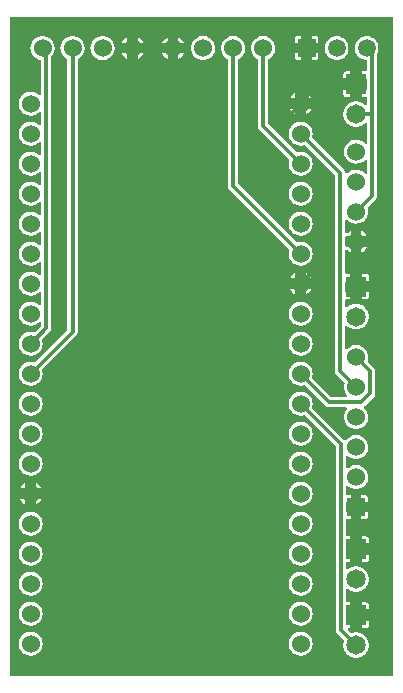
<source format=gtl>
G04 Layer: TopLayer*
G04 EasyEDA v6.5.22, 2023-01-16 19:19:53*
G04 138582107d7e4c1db7c4fde91b408c2b,db865e68f4bc4fd99aa1dd1697a786d6,10*
G04 Gerber Generator version 0.2*
G04 Scale: 100 percent, Rotated: No, Reflected: No *
G04 Dimensions in millimeters *
G04 leading zeros omitted , absolute positions ,4 integer and 5 decimal *
%FSLAX45Y45*%
%MOMM*%

%ADD10C,0.3500*%
%ADD11C,1.5240*%
%ADD12R,1.5000X1.5000*%
%ADD13C,1.5000*%
%ADD14R,1.6510X1.6510*%
%ADD15C,1.6510*%
%ADD16R,1.5240X1.5240*%
%ADD17R,0.0155X1.5240*%

%LPD*%
G36*
X582168Y1283208D02*
G01*
X578256Y1283970D01*
X575005Y1286205D01*
X572770Y1289456D01*
X572008Y1293368D01*
X572008Y6860031D01*
X572770Y6863943D01*
X575005Y6867194D01*
X578256Y6869430D01*
X582168Y6870192D01*
X3812032Y6870192D01*
X3815892Y6869430D01*
X3819194Y6867194D01*
X3821429Y6863943D01*
X3822192Y6860031D01*
X3822192Y1293368D01*
X3821429Y1289456D01*
X3819194Y1286205D01*
X3815892Y1283970D01*
X3812032Y1283208D01*
G37*

%LPC*%
G36*
X3505200Y1440942D02*
G01*
X3519373Y1441907D01*
X3533241Y1444650D01*
X3546703Y1449222D01*
X3559403Y1455470D01*
X3571189Y1463395D01*
X3581857Y1472742D01*
X3591204Y1483410D01*
X3599129Y1495196D01*
X3605377Y1507896D01*
X3609949Y1521358D01*
X3612692Y1535226D01*
X3613658Y1549400D01*
X3612692Y1563573D01*
X3609949Y1577441D01*
X3605377Y1590903D01*
X3599129Y1603603D01*
X3591204Y1615389D01*
X3581857Y1626057D01*
X3571189Y1635404D01*
X3559403Y1643329D01*
X3546703Y1649577D01*
X3533241Y1654149D01*
X3519373Y1656892D01*
X3505200Y1657857D01*
X3491026Y1656892D01*
X3477158Y1654149D01*
X3471722Y1652320D01*
X3468014Y1651762D01*
X3464356Y1652625D01*
X3461258Y1654759D01*
X3438398Y1677619D01*
X3436213Y1680870D01*
X3435400Y1684782D01*
X3436213Y1688693D01*
X3438398Y1691944D01*
X3441700Y1694180D01*
X3445560Y1694942D01*
X3457600Y1694942D01*
X3457600Y1755749D01*
X3430015Y1755749D01*
X3426104Y1756562D01*
X3422853Y1758746D01*
X3420618Y1762048D01*
X3419856Y1765909D01*
X3419856Y1840839D01*
X3420618Y1844751D01*
X3422853Y1848053D01*
X3426104Y1850237D01*
X3430015Y1850999D01*
X3457600Y1850999D01*
X3457600Y1911857D01*
X3430015Y1911857D01*
X3426104Y1912620D01*
X3422853Y1914855D01*
X3420618Y1918106D01*
X3419856Y1922018D01*
X3419856Y2016709D01*
X3420567Y2020468D01*
X3422700Y2023719D01*
X3425799Y2025954D01*
X3429558Y2026869D01*
X3433368Y2026310D01*
X3436721Y2024329D01*
X3439210Y2022195D01*
X3450996Y2014270D01*
X3463696Y2008022D01*
X3477158Y2003450D01*
X3491026Y2000707D01*
X3505200Y1999742D01*
X3519373Y2000707D01*
X3533241Y2003450D01*
X3546703Y2008022D01*
X3559403Y2014270D01*
X3571189Y2022195D01*
X3581857Y2031542D01*
X3591204Y2042210D01*
X3599129Y2053996D01*
X3605377Y2066696D01*
X3609949Y2080158D01*
X3612692Y2094026D01*
X3613658Y2108200D01*
X3612692Y2122373D01*
X3609949Y2136241D01*
X3605377Y2149703D01*
X3599129Y2162403D01*
X3591204Y2174189D01*
X3581857Y2184857D01*
X3571189Y2194204D01*
X3559403Y2202129D01*
X3546703Y2208377D01*
X3533241Y2212949D01*
X3519373Y2215692D01*
X3505200Y2216658D01*
X3491026Y2215692D01*
X3477158Y2212949D01*
X3463696Y2208377D01*
X3450996Y2202129D01*
X3439210Y2194204D01*
X3436721Y2192070D01*
X3433368Y2190089D01*
X3429558Y2189530D01*
X3425799Y2190445D01*
X3422700Y2192680D01*
X3420567Y2195931D01*
X3419856Y2199690D01*
X3419856Y2243582D01*
X3420618Y2247493D01*
X3422853Y2250744D01*
X3426104Y2252980D01*
X3430015Y2253742D01*
X3457600Y2253742D01*
X3457600Y2314549D01*
X3430015Y2314549D01*
X3426104Y2315362D01*
X3422853Y2317546D01*
X3420618Y2320848D01*
X3419856Y2324709D01*
X3419856Y2399639D01*
X3420618Y2403551D01*
X3422853Y2406853D01*
X3426104Y2409037D01*
X3430015Y2409799D01*
X3457600Y2409799D01*
X3457600Y2470658D01*
X3430015Y2470658D01*
X3426104Y2471420D01*
X3422853Y2473655D01*
X3420618Y2476906D01*
X3419856Y2480818D01*
X3419856Y2605532D01*
X3420618Y2609443D01*
X3422853Y2612694D01*
X3426104Y2614930D01*
X3430015Y2615692D01*
X3460750Y2615692D01*
X3460750Y2673350D01*
X3430015Y2673350D01*
X3426104Y2674112D01*
X3422853Y2676347D01*
X3420618Y2679598D01*
X3419856Y2683510D01*
X3419856Y2752090D01*
X3420618Y2756001D01*
X3422853Y2759252D01*
X3426104Y2761488D01*
X3430015Y2762250D01*
X3460750Y2762250D01*
X3460750Y2819908D01*
X3430015Y2819908D01*
X3426104Y2820670D01*
X3422853Y2822905D01*
X3420618Y2826156D01*
X3419856Y2830068D01*
X3419856Y2888437D01*
X3420872Y2892856D01*
X3423665Y2896362D01*
X3427729Y2898343D01*
X3432251Y2898343D01*
X3436315Y2896412D01*
X3447440Y2887624D01*
X3459175Y2880664D01*
X3471722Y2875381D01*
X3484879Y2871774D01*
X3498392Y2869946D01*
X3512007Y2869946D01*
X3525520Y2871774D01*
X3538677Y2875381D01*
X3551224Y2880664D01*
X3562959Y2887624D01*
X3573678Y2896108D01*
X3583178Y2905912D01*
X3591255Y2916885D01*
X3597808Y2928823D01*
X3602685Y2941574D01*
X3605885Y2954832D01*
X3607206Y2968396D01*
X3606749Y2982010D01*
X3604514Y2995472D01*
X3600450Y3008477D01*
X3594709Y3020872D01*
X3587394Y3032353D01*
X3578606Y3042767D01*
X3568446Y3051911D01*
X3557219Y3059633D01*
X3545078Y3065780D01*
X3532174Y3070250D01*
X3518814Y3072993D01*
X3505200Y3073908D01*
X3491585Y3072993D01*
X3478225Y3070250D01*
X3465322Y3065780D01*
X3453180Y3059633D01*
X3441954Y3051911D01*
X3436823Y3047288D01*
X3433521Y3045307D01*
X3429660Y3044698D01*
X3425901Y3045561D01*
X3422700Y3047796D01*
X3420618Y3051048D01*
X3419856Y3054858D01*
X3419856Y3142437D01*
X3420872Y3146856D01*
X3423665Y3150362D01*
X3427729Y3152343D01*
X3432251Y3152343D01*
X3436315Y3150412D01*
X3447440Y3141624D01*
X3459175Y3134664D01*
X3471722Y3129381D01*
X3484879Y3125774D01*
X3498392Y3123946D01*
X3512007Y3123946D01*
X3525520Y3125774D01*
X3538677Y3129381D01*
X3551224Y3134664D01*
X3562959Y3141624D01*
X3573678Y3150108D01*
X3583178Y3159912D01*
X3591255Y3170885D01*
X3597808Y3182823D01*
X3602685Y3195574D01*
X3605885Y3208832D01*
X3607206Y3222396D01*
X3606749Y3236010D01*
X3604514Y3249472D01*
X3600450Y3262477D01*
X3594709Y3274872D01*
X3587394Y3286353D01*
X3578606Y3296767D01*
X3568446Y3305911D01*
X3557219Y3313633D01*
X3545078Y3319779D01*
X3532174Y3324250D01*
X3518814Y3326993D01*
X3505200Y3327908D01*
X3491585Y3326993D01*
X3478225Y3324250D01*
X3465322Y3319779D01*
X3453180Y3313633D01*
X3441954Y3305911D01*
X3431794Y3296767D01*
X3423005Y3286353D01*
X3419398Y3282492D01*
X3415131Y3281019D01*
X3410661Y3281578D01*
X3406851Y3283965D01*
X3135680Y3555136D01*
X3133547Y3558235D01*
X3132683Y3561943D01*
X3136493Y3580485D01*
X3137408Y3594100D01*
X3136493Y3607714D01*
X3133750Y3621074D01*
X3129280Y3633978D01*
X3123133Y3646119D01*
X3115411Y3657346D01*
X3106267Y3667506D01*
X3095853Y3676294D01*
X3084372Y3683609D01*
X3071977Y3689350D01*
X3058972Y3693414D01*
X3045510Y3695649D01*
X3031896Y3696106D01*
X3018332Y3694785D01*
X3005074Y3691585D01*
X2992323Y3686708D01*
X2980385Y3680155D01*
X2969412Y3672078D01*
X2959608Y3662578D01*
X2951124Y3651859D01*
X2944164Y3640124D01*
X2938881Y3627577D01*
X2935274Y3614420D01*
X2933446Y3600907D01*
X2933446Y3587292D01*
X2935274Y3573779D01*
X2938881Y3560622D01*
X2944164Y3548075D01*
X2951124Y3536340D01*
X2959608Y3525621D01*
X2969412Y3516122D01*
X2980385Y3508044D01*
X2992323Y3501491D01*
X3005074Y3496614D01*
X3018332Y3493414D01*
X3031896Y3492093D01*
X3045510Y3492550D01*
X3058972Y3494786D01*
X3064002Y3496360D01*
X3067608Y3496767D01*
X3071164Y3495903D01*
X3074162Y3493820D01*
X3330041Y3237941D01*
X3332276Y3234639D01*
X3333038Y3230778D01*
X3333089Y1676501D01*
X3334258Y1668221D01*
X3336798Y1660652D01*
X3340658Y1653641D01*
X3346094Y1647139D01*
X3399840Y1593342D01*
X3401974Y1590243D01*
X3402837Y1586585D01*
X3402279Y1582877D01*
X3400450Y1577441D01*
X3397707Y1563573D01*
X3396742Y1549400D01*
X3397707Y1535226D01*
X3400450Y1521358D01*
X3405022Y1507896D01*
X3411270Y1495196D01*
X3419195Y1483410D01*
X3428542Y1472742D01*
X3439210Y1463395D01*
X3450996Y1455470D01*
X3463696Y1449222D01*
X3477158Y1444650D01*
X3491026Y1441907D01*
G37*
G36*
X745896Y1460093D02*
G01*
X759510Y1460550D01*
X772972Y1462786D01*
X785977Y1466850D01*
X798372Y1472590D01*
X809853Y1479905D01*
X820267Y1488694D01*
X829411Y1498854D01*
X837133Y1510080D01*
X843280Y1522222D01*
X847750Y1535125D01*
X850493Y1548485D01*
X851408Y1562100D01*
X850493Y1575714D01*
X847750Y1589074D01*
X843280Y1601978D01*
X837133Y1614119D01*
X829411Y1625346D01*
X820267Y1635506D01*
X809853Y1644294D01*
X798372Y1651609D01*
X785977Y1657350D01*
X772972Y1661414D01*
X759510Y1663649D01*
X745896Y1664106D01*
X732332Y1662785D01*
X719074Y1659585D01*
X706323Y1654708D01*
X694385Y1648155D01*
X683412Y1640078D01*
X673608Y1630578D01*
X665124Y1619859D01*
X658164Y1608124D01*
X652881Y1595577D01*
X649274Y1582420D01*
X647446Y1568907D01*
X647446Y1555292D01*
X649274Y1541780D01*
X652881Y1528622D01*
X658164Y1516075D01*
X665124Y1504340D01*
X673608Y1493621D01*
X683412Y1484122D01*
X694385Y1476044D01*
X706323Y1469491D01*
X719074Y1464614D01*
X732332Y1461414D01*
G37*
G36*
X3031896Y1460093D02*
G01*
X3045510Y1460550D01*
X3058972Y1462786D01*
X3071977Y1466850D01*
X3084372Y1472590D01*
X3095853Y1479905D01*
X3106267Y1488694D01*
X3115411Y1498854D01*
X3123133Y1510080D01*
X3129280Y1522222D01*
X3133750Y1535125D01*
X3136493Y1548485D01*
X3137408Y1562100D01*
X3136493Y1575714D01*
X3133750Y1589074D01*
X3129280Y1601978D01*
X3123133Y1614119D01*
X3115411Y1625346D01*
X3106267Y1635506D01*
X3095853Y1644294D01*
X3084372Y1651609D01*
X3071977Y1657350D01*
X3058972Y1661414D01*
X3045510Y1663649D01*
X3031896Y1664106D01*
X3018332Y1662785D01*
X3005074Y1659585D01*
X2992323Y1654708D01*
X2980385Y1648155D01*
X2969412Y1640078D01*
X2959608Y1630578D01*
X2951124Y1619859D01*
X2944164Y1608124D01*
X2938881Y1595577D01*
X2935274Y1582420D01*
X2933446Y1568907D01*
X2933446Y1555292D01*
X2935274Y1541780D01*
X2938881Y1528622D01*
X2944164Y1516075D01*
X2951124Y1504340D01*
X2959608Y1493621D01*
X2969412Y1484122D01*
X2980385Y1476044D01*
X2992323Y1469491D01*
X3005074Y1464614D01*
X3018332Y1461414D01*
G37*
G36*
X3552850Y1694942D02*
G01*
X3587191Y1694942D01*
X3593490Y1695653D01*
X3598976Y1697583D01*
X3603853Y1700631D01*
X3607968Y1704746D01*
X3611016Y1709623D01*
X3612946Y1715109D01*
X3613658Y1721408D01*
X3613658Y1755749D01*
X3552850Y1755749D01*
G37*
G36*
X745896Y1714093D02*
G01*
X759510Y1714550D01*
X772972Y1716786D01*
X785977Y1720850D01*
X798372Y1726590D01*
X809853Y1733905D01*
X820267Y1742693D01*
X829411Y1752854D01*
X837133Y1764080D01*
X843280Y1776222D01*
X847750Y1789125D01*
X850493Y1802485D01*
X851408Y1816100D01*
X850493Y1829714D01*
X847750Y1843074D01*
X843280Y1855978D01*
X837133Y1868119D01*
X829411Y1879346D01*
X820267Y1889506D01*
X809853Y1898294D01*
X798372Y1905609D01*
X785977Y1911350D01*
X772972Y1915414D01*
X759510Y1917649D01*
X745896Y1918106D01*
X732332Y1916785D01*
X719074Y1913585D01*
X706323Y1908708D01*
X694385Y1902155D01*
X683412Y1894078D01*
X673608Y1884578D01*
X665124Y1873859D01*
X658164Y1862124D01*
X652881Y1849577D01*
X649274Y1836420D01*
X647446Y1822907D01*
X647446Y1809292D01*
X649274Y1795780D01*
X652881Y1782622D01*
X658164Y1770075D01*
X665124Y1758340D01*
X673608Y1747621D01*
X683412Y1738122D01*
X694385Y1730044D01*
X706323Y1723491D01*
X719074Y1718614D01*
X732332Y1715414D01*
G37*
G36*
X3031896Y1714093D02*
G01*
X3045510Y1714550D01*
X3058972Y1716786D01*
X3071977Y1720850D01*
X3084372Y1726590D01*
X3095853Y1733905D01*
X3106267Y1742693D01*
X3115411Y1752854D01*
X3123133Y1764080D01*
X3129280Y1776222D01*
X3133750Y1789125D01*
X3136493Y1802485D01*
X3137408Y1816100D01*
X3136493Y1829714D01*
X3133750Y1843074D01*
X3129280Y1855978D01*
X3123133Y1868119D01*
X3115411Y1879346D01*
X3106267Y1889506D01*
X3095853Y1898294D01*
X3084372Y1905609D01*
X3071977Y1911350D01*
X3058972Y1915414D01*
X3045510Y1917649D01*
X3031896Y1918106D01*
X3018332Y1916785D01*
X3005074Y1913585D01*
X2992323Y1908708D01*
X2980385Y1902155D01*
X2969412Y1894078D01*
X2959608Y1884578D01*
X2951124Y1873859D01*
X2944164Y1862124D01*
X2938881Y1849577D01*
X2935274Y1836420D01*
X2933446Y1822907D01*
X2933446Y1809292D01*
X2935274Y1795780D01*
X2938881Y1782622D01*
X2944164Y1770075D01*
X2951124Y1758340D01*
X2959608Y1747621D01*
X2969412Y1738122D01*
X2980385Y1730044D01*
X2992323Y1723491D01*
X3005074Y1718614D01*
X3018332Y1715414D01*
G37*
G36*
X3552850Y1850999D02*
G01*
X3613658Y1850999D01*
X3613658Y1885391D01*
X3612946Y1891690D01*
X3611016Y1897176D01*
X3607968Y1902053D01*
X3603853Y1906168D01*
X3598976Y1909216D01*
X3593490Y1911146D01*
X3587191Y1911857D01*
X3552850Y1911857D01*
G37*
G36*
X745896Y1968093D02*
G01*
X759510Y1968550D01*
X772972Y1970786D01*
X785977Y1974850D01*
X798372Y1980590D01*
X809853Y1987905D01*
X820267Y1996693D01*
X829411Y2006854D01*
X837133Y2018080D01*
X843280Y2030222D01*
X847750Y2043125D01*
X850493Y2056485D01*
X851408Y2070100D01*
X850493Y2083714D01*
X847750Y2097074D01*
X843280Y2109978D01*
X837133Y2122119D01*
X829411Y2133346D01*
X820267Y2143506D01*
X809853Y2152294D01*
X798372Y2159609D01*
X785977Y2165350D01*
X772972Y2169414D01*
X759510Y2171649D01*
X745896Y2172106D01*
X732332Y2170785D01*
X719074Y2167585D01*
X706323Y2162708D01*
X694385Y2156155D01*
X683412Y2148078D01*
X673608Y2138578D01*
X665124Y2127859D01*
X658164Y2116124D01*
X652881Y2103577D01*
X649274Y2090420D01*
X647446Y2076907D01*
X647446Y2063292D01*
X649274Y2049780D01*
X652881Y2036622D01*
X658164Y2024075D01*
X665124Y2012340D01*
X673608Y2001621D01*
X683412Y1992122D01*
X694385Y1984044D01*
X706323Y1977491D01*
X719074Y1972614D01*
X732332Y1969414D01*
G37*
G36*
X3031896Y1968093D02*
G01*
X3045510Y1968550D01*
X3058972Y1970786D01*
X3071977Y1974850D01*
X3084372Y1980590D01*
X3095853Y1987905D01*
X3106267Y1996693D01*
X3115411Y2006854D01*
X3123133Y2018080D01*
X3129280Y2030222D01*
X3133750Y2043125D01*
X3136493Y2056485D01*
X3137408Y2070100D01*
X3136493Y2083714D01*
X3133750Y2097074D01*
X3129280Y2109978D01*
X3123133Y2122119D01*
X3115411Y2133346D01*
X3106267Y2143506D01*
X3095853Y2152294D01*
X3084372Y2159609D01*
X3071977Y2165350D01*
X3058972Y2169414D01*
X3045510Y2171649D01*
X3031896Y2172106D01*
X3018332Y2170785D01*
X3005074Y2167585D01*
X2992323Y2162708D01*
X2980385Y2156155D01*
X2969412Y2148078D01*
X2959608Y2138578D01*
X2951124Y2127859D01*
X2944164Y2116124D01*
X2938881Y2103577D01*
X2935274Y2090420D01*
X2933446Y2076907D01*
X2933446Y2063292D01*
X2935274Y2049780D01*
X2938881Y2036622D01*
X2944164Y2024075D01*
X2951124Y2012340D01*
X2959608Y2001621D01*
X2969412Y1992122D01*
X2980385Y1984044D01*
X2992323Y1977491D01*
X3005074Y1972614D01*
X3018332Y1969414D01*
G37*
G36*
X745896Y2222093D02*
G01*
X759510Y2222550D01*
X772972Y2224786D01*
X785977Y2228850D01*
X798372Y2234590D01*
X809853Y2241905D01*
X820267Y2250694D01*
X829411Y2260854D01*
X837133Y2272080D01*
X843280Y2284222D01*
X847750Y2297125D01*
X850493Y2310485D01*
X851408Y2324100D01*
X850493Y2337714D01*
X847750Y2351074D01*
X843280Y2363978D01*
X837133Y2376119D01*
X829411Y2387346D01*
X820267Y2397506D01*
X809853Y2406294D01*
X798372Y2413609D01*
X785977Y2419350D01*
X772972Y2423414D01*
X759510Y2425649D01*
X745896Y2426106D01*
X732332Y2424785D01*
X719074Y2421585D01*
X706323Y2416708D01*
X694385Y2410155D01*
X683412Y2402078D01*
X673608Y2392578D01*
X665124Y2381859D01*
X658164Y2370124D01*
X652881Y2357577D01*
X649274Y2344420D01*
X647446Y2330907D01*
X647446Y2317292D01*
X649274Y2303780D01*
X652881Y2290622D01*
X658164Y2278075D01*
X665124Y2266340D01*
X673608Y2255621D01*
X683412Y2246122D01*
X694385Y2238044D01*
X706323Y2231491D01*
X719074Y2226614D01*
X732332Y2223414D01*
G37*
G36*
X3031896Y2222093D02*
G01*
X3045510Y2222550D01*
X3058972Y2224786D01*
X3071977Y2228850D01*
X3084372Y2234590D01*
X3095853Y2241905D01*
X3106267Y2250694D01*
X3115411Y2260854D01*
X3123133Y2272080D01*
X3129280Y2284222D01*
X3133750Y2297125D01*
X3136493Y2310485D01*
X3137408Y2324100D01*
X3136493Y2337714D01*
X3133750Y2351074D01*
X3129280Y2363978D01*
X3123133Y2376119D01*
X3115411Y2387346D01*
X3106267Y2397506D01*
X3095853Y2406294D01*
X3084372Y2413609D01*
X3071977Y2419350D01*
X3058972Y2423414D01*
X3045510Y2425649D01*
X3031896Y2426106D01*
X3018332Y2424785D01*
X3005074Y2421585D01*
X2992323Y2416708D01*
X2980385Y2410155D01*
X2969412Y2402078D01*
X2959608Y2392578D01*
X2951124Y2381859D01*
X2944164Y2370124D01*
X2938881Y2357577D01*
X2935274Y2344420D01*
X2933446Y2330907D01*
X2933446Y2317292D01*
X2935274Y2303780D01*
X2938881Y2290622D01*
X2944164Y2278075D01*
X2951124Y2266340D01*
X2959608Y2255621D01*
X2969412Y2246122D01*
X2980385Y2238044D01*
X2992323Y2231491D01*
X3005074Y2226614D01*
X3018332Y2223414D01*
G37*
G36*
X3552850Y2253742D02*
G01*
X3587191Y2253742D01*
X3593490Y2254453D01*
X3598976Y2256383D01*
X3603853Y2259431D01*
X3607968Y2263546D01*
X3611016Y2268423D01*
X3612946Y2273909D01*
X3613658Y2280208D01*
X3613658Y2314549D01*
X3552850Y2314549D01*
G37*
G36*
X3552850Y2409799D02*
G01*
X3613658Y2409799D01*
X3613658Y2444191D01*
X3612946Y2450490D01*
X3611016Y2455976D01*
X3607968Y2460853D01*
X3603853Y2464968D01*
X3598976Y2468016D01*
X3593490Y2469946D01*
X3587191Y2470658D01*
X3552850Y2470658D01*
G37*
G36*
X745896Y2476093D02*
G01*
X759510Y2476550D01*
X772972Y2478786D01*
X785977Y2482850D01*
X798372Y2488590D01*
X809853Y2495905D01*
X820267Y2504694D01*
X829411Y2514854D01*
X837133Y2526080D01*
X843280Y2538222D01*
X847750Y2551125D01*
X850493Y2564485D01*
X851408Y2578100D01*
X850493Y2591714D01*
X847750Y2605074D01*
X843280Y2617978D01*
X837133Y2630119D01*
X829411Y2641346D01*
X820267Y2651506D01*
X809853Y2660294D01*
X798372Y2667609D01*
X785977Y2673350D01*
X772972Y2677414D01*
X759510Y2679649D01*
X745896Y2680106D01*
X732332Y2678785D01*
X719074Y2675585D01*
X706323Y2670708D01*
X694385Y2664155D01*
X683412Y2656078D01*
X673608Y2646578D01*
X665124Y2635859D01*
X658164Y2624124D01*
X652881Y2611577D01*
X649274Y2598420D01*
X647446Y2584907D01*
X647446Y2571292D01*
X649274Y2557780D01*
X652881Y2544622D01*
X658164Y2532075D01*
X665124Y2520340D01*
X673608Y2509621D01*
X683412Y2500122D01*
X694385Y2492044D01*
X706323Y2485491D01*
X719074Y2480614D01*
X732332Y2477414D01*
G37*
G36*
X3031896Y2476093D02*
G01*
X3045510Y2476550D01*
X3058972Y2478786D01*
X3071977Y2482850D01*
X3084372Y2488590D01*
X3095853Y2495905D01*
X3106267Y2504694D01*
X3115411Y2514854D01*
X3123133Y2526080D01*
X3129280Y2538222D01*
X3133750Y2551125D01*
X3136493Y2564485D01*
X3137408Y2578100D01*
X3136493Y2591714D01*
X3133750Y2605074D01*
X3129280Y2617978D01*
X3123133Y2630119D01*
X3115411Y2641346D01*
X3106267Y2651506D01*
X3095853Y2660294D01*
X3084372Y2667609D01*
X3071977Y2673350D01*
X3058972Y2677414D01*
X3045510Y2679649D01*
X3031896Y2680106D01*
X3018332Y2678785D01*
X3005074Y2675585D01*
X2992323Y2670708D01*
X2980385Y2664155D01*
X2969412Y2656078D01*
X2959608Y2646578D01*
X2951124Y2635859D01*
X2944164Y2624124D01*
X2938881Y2611577D01*
X2935274Y2598420D01*
X2933446Y2584907D01*
X2933446Y2571292D01*
X2935274Y2557780D01*
X2938881Y2544622D01*
X2944164Y2532075D01*
X2951124Y2520340D01*
X2959608Y2509621D01*
X2969412Y2500122D01*
X2980385Y2492044D01*
X2992323Y2485491D01*
X3005074Y2480614D01*
X3018332Y2477414D01*
G37*
G36*
X3549650Y2615692D02*
G01*
X3580841Y2615692D01*
X3587140Y2616403D01*
X3592626Y2618333D01*
X3597503Y2621381D01*
X3601618Y2625496D01*
X3604666Y2630373D01*
X3606596Y2635859D01*
X3607308Y2642158D01*
X3607308Y2673350D01*
X3549650Y2673350D01*
G37*
G36*
X3031896Y2730093D02*
G01*
X3045510Y2730550D01*
X3058972Y2732786D01*
X3071977Y2736850D01*
X3084372Y2742590D01*
X3095853Y2749905D01*
X3106267Y2758694D01*
X3115411Y2768854D01*
X3123133Y2780080D01*
X3129280Y2792222D01*
X3133750Y2805125D01*
X3136493Y2818485D01*
X3137408Y2832100D01*
X3136493Y2845714D01*
X3133750Y2859074D01*
X3129280Y2871978D01*
X3123133Y2884119D01*
X3115411Y2895346D01*
X3106267Y2905506D01*
X3095853Y2914294D01*
X3084372Y2921609D01*
X3071977Y2927350D01*
X3058972Y2931414D01*
X3045510Y2933649D01*
X3031896Y2934106D01*
X3018332Y2932785D01*
X3005074Y2929585D01*
X2992323Y2924708D01*
X2980385Y2918155D01*
X2969412Y2910078D01*
X2959608Y2900578D01*
X2951124Y2889859D01*
X2944164Y2878124D01*
X2938881Y2865577D01*
X2935274Y2852420D01*
X2933446Y2838907D01*
X2933446Y2825292D01*
X2935274Y2811780D01*
X2938881Y2798622D01*
X2944164Y2786075D01*
X2951124Y2774340D01*
X2959608Y2763621D01*
X2969412Y2754122D01*
X2980385Y2746044D01*
X2992323Y2739491D01*
X3005074Y2734614D01*
X3018332Y2731414D01*
G37*
G36*
X704850Y2740304D02*
G01*
X704850Y2787650D01*
X657504Y2787650D01*
X658164Y2786075D01*
X665124Y2774340D01*
X673608Y2763621D01*
X683412Y2754122D01*
X694385Y2746044D01*
G37*
G36*
X793750Y2740456D02*
G01*
X798372Y2742590D01*
X809853Y2749905D01*
X820267Y2758694D01*
X829411Y2768854D01*
X837133Y2780080D01*
X840943Y2787650D01*
X793750Y2787650D01*
G37*
G36*
X3549650Y2762250D02*
G01*
X3607308Y2762250D01*
X3607308Y2793441D01*
X3606596Y2799740D01*
X3604666Y2805226D01*
X3601618Y2810103D01*
X3597503Y2814218D01*
X3592626Y2817266D01*
X3587140Y2819196D01*
X3580841Y2819908D01*
X3549650Y2819908D01*
G37*
G36*
X793750Y2876550D02*
G01*
X840943Y2876550D01*
X837133Y2884119D01*
X829411Y2895346D01*
X820267Y2905506D01*
X809853Y2914294D01*
X798372Y2921609D01*
X793750Y2923743D01*
G37*
G36*
X657504Y2876550D02*
G01*
X704850Y2876550D01*
X704850Y2923895D01*
X694385Y2918155D01*
X683412Y2910078D01*
X673608Y2900578D01*
X665124Y2889859D01*
X658164Y2878124D01*
G37*
G36*
X745896Y2984093D02*
G01*
X759510Y2984550D01*
X772972Y2986786D01*
X785977Y2990850D01*
X798372Y2996590D01*
X809853Y3003905D01*
X820267Y3012694D01*
X829411Y3022854D01*
X837133Y3034080D01*
X843280Y3046222D01*
X847750Y3059125D01*
X850493Y3072485D01*
X851408Y3086100D01*
X850493Y3099714D01*
X847750Y3113074D01*
X843280Y3125978D01*
X837133Y3138119D01*
X829411Y3149346D01*
X820267Y3159506D01*
X809853Y3168294D01*
X798372Y3175609D01*
X785977Y3181350D01*
X772972Y3185414D01*
X759510Y3187649D01*
X745896Y3188106D01*
X732332Y3186785D01*
X719074Y3183585D01*
X706323Y3178708D01*
X694385Y3172155D01*
X683412Y3164078D01*
X673608Y3154578D01*
X665124Y3143859D01*
X658164Y3132124D01*
X652881Y3119577D01*
X649274Y3106420D01*
X647446Y3092907D01*
X647446Y3079292D01*
X649274Y3065780D01*
X652881Y3052622D01*
X658164Y3040075D01*
X665124Y3028340D01*
X673608Y3017621D01*
X683412Y3008122D01*
X694385Y3000044D01*
X706323Y2993491D01*
X719074Y2988614D01*
X732332Y2985414D01*
G37*
G36*
X3031896Y2984093D02*
G01*
X3045510Y2984550D01*
X3058972Y2986786D01*
X3071977Y2990850D01*
X3084372Y2996590D01*
X3095853Y3003905D01*
X3106267Y3012694D01*
X3115411Y3022854D01*
X3123133Y3034080D01*
X3129280Y3046222D01*
X3133750Y3059125D01*
X3136493Y3072485D01*
X3137408Y3086100D01*
X3136493Y3099714D01*
X3133750Y3113074D01*
X3129280Y3125978D01*
X3123133Y3138119D01*
X3115411Y3149346D01*
X3106267Y3159506D01*
X3095853Y3168294D01*
X3084372Y3175609D01*
X3071977Y3181350D01*
X3058972Y3185414D01*
X3045510Y3187649D01*
X3031896Y3188106D01*
X3018332Y3186785D01*
X3005074Y3183585D01*
X2992323Y3178708D01*
X2980385Y3172155D01*
X2969412Y3164078D01*
X2959608Y3154578D01*
X2951124Y3143859D01*
X2944164Y3132124D01*
X2938881Y3119577D01*
X2935274Y3106420D01*
X2933446Y3092907D01*
X2933446Y3079292D01*
X2935274Y3065780D01*
X2938881Y3052622D01*
X2944164Y3040075D01*
X2951124Y3028340D01*
X2959608Y3017621D01*
X2969412Y3008122D01*
X2980385Y3000044D01*
X2992323Y2993491D01*
X3005074Y2988614D01*
X3018332Y2985414D01*
G37*
G36*
X745896Y3238093D02*
G01*
X759510Y3238550D01*
X772972Y3240786D01*
X785977Y3244850D01*
X798372Y3250590D01*
X809853Y3257905D01*
X820267Y3266694D01*
X829411Y3276854D01*
X837133Y3288080D01*
X843280Y3300222D01*
X847750Y3313125D01*
X850493Y3326485D01*
X851408Y3340100D01*
X850493Y3353714D01*
X847750Y3367074D01*
X843280Y3379978D01*
X837133Y3392119D01*
X829411Y3403346D01*
X820267Y3413506D01*
X809853Y3422294D01*
X798372Y3429609D01*
X785977Y3435350D01*
X772972Y3439414D01*
X759510Y3441649D01*
X745896Y3442106D01*
X732332Y3440785D01*
X719074Y3437585D01*
X706323Y3432708D01*
X694385Y3426155D01*
X683412Y3418078D01*
X673608Y3408578D01*
X665124Y3397859D01*
X658164Y3386124D01*
X652881Y3373577D01*
X649274Y3360420D01*
X647446Y3346907D01*
X647446Y3333292D01*
X649274Y3319779D01*
X652881Y3306622D01*
X658164Y3294075D01*
X665124Y3282340D01*
X673608Y3271621D01*
X683412Y3262122D01*
X694385Y3254044D01*
X706323Y3247491D01*
X719074Y3242614D01*
X732332Y3239414D01*
G37*
G36*
X3031896Y3238093D02*
G01*
X3045510Y3238550D01*
X3058972Y3240786D01*
X3071977Y3244850D01*
X3084372Y3250590D01*
X3095853Y3257905D01*
X3106267Y3266694D01*
X3115411Y3276854D01*
X3123133Y3288080D01*
X3129280Y3300222D01*
X3133750Y3313125D01*
X3136493Y3326485D01*
X3137408Y3340100D01*
X3136493Y3353714D01*
X3133750Y3367074D01*
X3129280Y3379978D01*
X3123133Y3392119D01*
X3115411Y3403346D01*
X3106267Y3413506D01*
X3095853Y3422294D01*
X3084372Y3429609D01*
X3071977Y3435350D01*
X3058972Y3439414D01*
X3045510Y3441649D01*
X3031896Y3442106D01*
X3018332Y3440785D01*
X3005074Y3437585D01*
X2992323Y3432708D01*
X2980385Y3426155D01*
X2969412Y3418078D01*
X2959608Y3408578D01*
X2951124Y3397859D01*
X2944164Y3386124D01*
X2938881Y3373577D01*
X2935274Y3360420D01*
X2933446Y3346907D01*
X2933446Y3333292D01*
X2935274Y3319779D01*
X2938881Y3306622D01*
X2944164Y3294075D01*
X2951124Y3282340D01*
X2959608Y3271621D01*
X2969412Y3262122D01*
X2980385Y3254044D01*
X2992323Y3247491D01*
X3005074Y3242614D01*
X3018332Y3239414D01*
G37*
G36*
X3498392Y3377946D02*
G01*
X3512007Y3377946D01*
X3525520Y3379774D01*
X3538677Y3383381D01*
X3551224Y3388664D01*
X3562959Y3395624D01*
X3573678Y3404108D01*
X3583178Y3413912D01*
X3591255Y3424885D01*
X3597808Y3436823D01*
X3602685Y3449574D01*
X3605885Y3462832D01*
X3607206Y3476396D01*
X3606749Y3490010D01*
X3604514Y3503472D01*
X3600450Y3516477D01*
X3594709Y3528872D01*
X3587394Y3540353D01*
X3578606Y3550767D01*
X3573627Y3555237D01*
X3571138Y3558743D01*
X3570325Y3562959D01*
X3571341Y3567176D01*
X3573983Y3570579D01*
X3581044Y3576421D01*
X3656837Y3652316D01*
X3661867Y3658971D01*
X3665474Y3666134D01*
X3667658Y3673856D01*
X3668420Y3682288D01*
X3668369Y3869639D01*
X3667201Y3877919D01*
X3664661Y3885488D01*
X3660800Y3892499D01*
X3655364Y3899001D01*
X3605580Y3948785D01*
X3603599Y3951630D01*
X3602685Y3954932D01*
X3602888Y3958336D01*
X3605885Y3970832D01*
X3607206Y3984396D01*
X3606749Y3998010D01*
X3604514Y4011472D01*
X3600450Y4024477D01*
X3594709Y4036872D01*
X3587394Y4048353D01*
X3578606Y4058767D01*
X3568446Y4067911D01*
X3557219Y4075633D01*
X3545078Y4081779D01*
X3532174Y4086250D01*
X3518814Y4088993D01*
X3505200Y4089908D01*
X3491585Y4088993D01*
X3478225Y4086250D01*
X3465322Y4081779D01*
X3453180Y4075633D01*
X3441954Y4067911D01*
X3431438Y4058310D01*
X3428187Y4055770D01*
X3424224Y4054703D01*
X3420160Y4055313D01*
X3416706Y4057497D01*
X3414318Y4060850D01*
X3413506Y4064863D01*
X3413506Y4244746D01*
X3414217Y4248556D01*
X3416350Y4251807D01*
X3419449Y4254042D01*
X3423208Y4254906D01*
X3427018Y4254347D01*
X3430371Y4252417D01*
X3439210Y4244695D01*
X3450996Y4236770D01*
X3463696Y4230522D01*
X3477158Y4225950D01*
X3491026Y4223207D01*
X3505200Y4222242D01*
X3519373Y4223207D01*
X3533241Y4225950D01*
X3546703Y4230522D01*
X3559403Y4236770D01*
X3571189Y4244695D01*
X3581857Y4254042D01*
X3591204Y4264710D01*
X3599129Y4276496D01*
X3605377Y4289196D01*
X3609949Y4302658D01*
X3612692Y4316526D01*
X3613658Y4330700D01*
X3612692Y4344873D01*
X3609949Y4358741D01*
X3605377Y4372203D01*
X3599129Y4384903D01*
X3591204Y4396689D01*
X3581857Y4407357D01*
X3571189Y4416704D01*
X3559403Y4424629D01*
X3546703Y4430877D01*
X3533241Y4435449D01*
X3519373Y4438192D01*
X3505200Y4439158D01*
X3491026Y4438192D01*
X3477158Y4435449D01*
X3463696Y4430877D01*
X3450996Y4424629D01*
X3439210Y4416704D01*
X3430371Y4408982D01*
X3427018Y4407052D01*
X3423208Y4406493D01*
X3419449Y4407357D01*
X3416350Y4409592D01*
X3414217Y4412843D01*
X3413506Y4416653D01*
X3413506Y4466082D01*
X3414268Y4469993D01*
X3416503Y4473244D01*
X3419754Y4475480D01*
X3423665Y4476242D01*
X3457600Y4476242D01*
X3457600Y4537049D01*
X3423665Y4537049D01*
X3419754Y4537862D01*
X3416503Y4540046D01*
X3414268Y4543348D01*
X3413506Y4547209D01*
X3413506Y4622139D01*
X3414268Y4626051D01*
X3416503Y4629353D01*
X3419754Y4631537D01*
X3423665Y4632299D01*
X3457600Y4632299D01*
X3457600Y4693158D01*
X3423665Y4693158D01*
X3419754Y4693920D01*
X3416503Y4696155D01*
X3414268Y4699406D01*
X3413506Y4703318D01*
X3413506Y4888839D01*
X3414318Y4892802D01*
X3416604Y4896154D01*
X3420008Y4898339D01*
X3424021Y4898999D01*
X3427933Y4898085D01*
X3431184Y4895646D01*
X3434232Y4892294D01*
X3444646Y4883505D01*
X3456127Y4876190D01*
X3460750Y4874056D01*
X3460750Y4921250D01*
X3423665Y4921250D01*
X3419754Y4922012D01*
X3416503Y4924247D01*
X3414268Y4927498D01*
X3413506Y4931410D01*
X3413506Y4999990D01*
X3414268Y5003901D01*
X3416503Y5007152D01*
X3419754Y5009388D01*
X3423665Y5010150D01*
X3460750Y5010150D01*
X3460750Y5057343D01*
X3456127Y5055209D01*
X3444646Y5047894D01*
X3434232Y5039106D01*
X3431184Y5035753D01*
X3427933Y5033314D01*
X3424021Y5032400D01*
X3420008Y5033060D01*
X3416604Y5035245D01*
X3414318Y5038598D01*
X3413506Y5042560D01*
X3413506Y5142839D01*
X3414318Y5146802D01*
X3416604Y5150154D01*
X3420008Y5152339D01*
X3424021Y5152999D01*
X3427933Y5152085D01*
X3431184Y5149646D01*
X3434232Y5146294D01*
X3444646Y5137505D01*
X3456127Y5130190D01*
X3468522Y5124450D01*
X3481527Y5120386D01*
X3494989Y5118150D01*
X3508603Y5117693D01*
X3522167Y5119014D01*
X3535426Y5122214D01*
X3548176Y5127091D01*
X3560114Y5133644D01*
X3571087Y5141722D01*
X3580892Y5151221D01*
X3589375Y5161940D01*
X3596335Y5173675D01*
X3601618Y5186222D01*
X3605225Y5199380D01*
X3607054Y5212892D01*
X3607054Y5226507D01*
X3605225Y5240020D01*
X3602837Y5248706D01*
X3602532Y5252262D01*
X3603447Y5255666D01*
X3605479Y5258562D01*
X3671976Y5325160D01*
X3677005Y5331815D01*
X3680561Y5338978D01*
X3682796Y5346700D01*
X3683558Y5355132D01*
X3683558Y6555435D01*
X3683812Y6557772D01*
X3684625Y6560007D01*
X3686962Y6564630D01*
X3691382Y6577330D01*
X3694074Y6590538D01*
X3694988Y6604000D01*
X3694074Y6617462D01*
X3691382Y6630670D01*
X3686962Y6643370D01*
X3680917Y6655409D01*
X3673297Y6666534D01*
X3664254Y6676542D01*
X3653942Y6685229D01*
X3642563Y6692493D01*
X3630371Y6698132D01*
X3617468Y6702145D01*
X3604209Y6704380D01*
X3590747Y6704838D01*
X3577336Y6703466D01*
X3564229Y6700367D01*
X3551631Y6695490D01*
X3539794Y6689039D01*
X3528974Y6681063D01*
X3519271Y6671665D01*
X3510940Y6661099D01*
X3504082Y6649516D01*
X3498799Y6637070D01*
X3495243Y6624116D01*
X3493465Y6610756D01*
X3493465Y6597243D01*
X3495243Y6583883D01*
X3498799Y6570929D01*
X3504082Y6558483D01*
X3510940Y6546900D01*
X3519271Y6536334D01*
X3528974Y6526936D01*
X3539794Y6518960D01*
X3551631Y6512509D01*
X3564229Y6507632D01*
X3577336Y6504533D01*
X3587597Y6503466D01*
X3591153Y6502450D01*
X3594100Y6500215D01*
X3596081Y6497015D01*
X3596741Y6493357D01*
X3596741Y6417818D01*
X3595979Y6413906D01*
X3593744Y6410655D01*
X3590493Y6408420D01*
X3586581Y6407658D01*
X3552850Y6407658D01*
X3552850Y6346799D01*
X3586581Y6346799D01*
X3590493Y6346037D01*
X3593744Y6343853D01*
X3595979Y6340551D01*
X3596741Y6336639D01*
X3596741Y6261709D01*
X3595979Y6257848D01*
X3593744Y6254546D01*
X3590493Y6252362D01*
X3586581Y6251549D01*
X3552850Y6251549D01*
X3552850Y6190742D01*
X3586581Y6190742D01*
X3590493Y6189980D01*
X3593744Y6187744D01*
X3595979Y6184493D01*
X3596741Y6180582D01*
X3596741Y6131255D01*
X3596030Y6127496D01*
X3593896Y6124244D01*
X3590798Y6122009D01*
X3587038Y6121095D01*
X3583228Y6121654D01*
X3579876Y6123635D01*
X3571189Y6131204D01*
X3559403Y6139129D01*
X3546703Y6145377D01*
X3533241Y6149949D01*
X3519373Y6152692D01*
X3505200Y6153658D01*
X3491026Y6152692D01*
X3477158Y6149949D01*
X3463696Y6145377D01*
X3450996Y6139129D01*
X3439210Y6131204D01*
X3428542Y6121857D01*
X3419195Y6111189D01*
X3411270Y6099403D01*
X3405022Y6086703D01*
X3400450Y6073241D01*
X3397707Y6059373D01*
X3396742Y6045200D01*
X3397707Y6031026D01*
X3400450Y6017158D01*
X3405022Y6003696D01*
X3411270Y5990996D01*
X3419195Y5979210D01*
X3428542Y5968542D01*
X3439210Y5959195D01*
X3450996Y5951270D01*
X3463696Y5945022D01*
X3477158Y5940450D01*
X3491026Y5937707D01*
X3505200Y5936742D01*
X3519373Y5937707D01*
X3533241Y5940450D01*
X3546703Y5945022D01*
X3559403Y5951270D01*
X3571189Y5959195D01*
X3579876Y5966764D01*
X3583228Y5968746D01*
X3587038Y5969304D01*
X3590798Y5968390D01*
X3593896Y5966155D01*
X3596030Y5962904D01*
X3596741Y5959144D01*
X3596741Y5804814D01*
X3595979Y5800953D01*
X3593795Y5797702D01*
X3590544Y5795467D01*
X3586683Y5794654D01*
X3582822Y5795365D01*
X3579520Y5797550D01*
X3571087Y5805678D01*
X3560114Y5813755D01*
X3548176Y5820308D01*
X3535426Y5825185D01*
X3522167Y5828385D01*
X3508603Y5829706D01*
X3494989Y5829249D01*
X3481527Y5827014D01*
X3468522Y5822950D01*
X3456127Y5817209D01*
X3444646Y5809894D01*
X3434232Y5801106D01*
X3425088Y5790946D01*
X3417366Y5779719D01*
X3411220Y5767578D01*
X3406749Y5754674D01*
X3404006Y5741314D01*
X3403092Y5727700D01*
X3404006Y5714085D01*
X3406749Y5700725D01*
X3411220Y5687822D01*
X3417366Y5675680D01*
X3425088Y5664454D01*
X3434232Y5654294D01*
X3444646Y5645505D01*
X3456127Y5638190D01*
X3468522Y5632450D01*
X3481527Y5628386D01*
X3494989Y5626150D01*
X3508603Y5625693D01*
X3522167Y5627014D01*
X3535426Y5630214D01*
X3548176Y5635091D01*
X3560114Y5641644D01*
X3571087Y5649722D01*
X3579520Y5657850D01*
X3582822Y5660034D01*
X3586683Y5660745D01*
X3590544Y5659932D01*
X3593795Y5657697D01*
X3595979Y5654446D01*
X3596741Y5650585D01*
X3596741Y5550814D01*
X3595979Y5546953D01*
X3593795Y5543702D01*
X3590544Y5541467D01*
X3586683Y5540654D01*
X3582822Y5541365D01*
X3579520Y5543550D01*
X3571087Y5551678D01*
X3560114Y5559755D01*
X3548176Y5566308D01*
X3535426Y5571185D01*
X3522167Y5574385D01*
X3508603Y5575706D01*
X3494989Y5575249D01*
X3481527Y5573014D01*
X3468522Y5568950D01*
X3456127Y5563209D01*
X3444646Y5555894D01*
X3434232Y5547106D01*
X3430828Y5543296D01*
X3427780Y5541010D01*
X3424072Y5539994D01*
X3420313Y5540400D01*
X3416909Y5542178D01*
X3414471Y5545124D01*
X3413201Y5548731D01*
X3412286Y5555234D01*
X3409746Y5562803D01*
X3405886Y5569813D01*
X3400450Y5576316D01*
X3135680Y5841136D01*
X3133547Y5844235D01*
X3132683Y5847943D01*
X3136493Y5866485D01*
X3137408Y5880100D01*
X3136493Y5893714D01*
X3133750Y5907074D01*
X3129280Y5919978D01*
X3123133Y5932119D01*
X3115411Y5943346D01*
X3106267Y5953506D01*
X3095853Y5962294D01*
X3084372Y5969609D01*
X3071977Y5975350D01*
X3058972Y5979414D01*
X3045510Y5981649D01*
X3031896Y5982106D01*
X3018332Y5980785D01*
X3005074Y5977585D01*
X2992323Y5972708D01*
X2980385Y5966155D01*
X2969412Y5958078D01*
X2959608Y5948578D01*
X2951124Y5937859D01*
X2944164Y5926124D01*
X2938881Y5913577D01*
X2935274Y5900420D01*
X2933446Y5886907D01*
X2933446Y5873292D01*
X2935274Y5859780D01*
X2938881Y5846622D01*
X2944164Y5834075D01*
X2951124Y5822340D01*
X2959608Y5811621D01*
X2969412Y5802122D01*
X2980385Y5794044D01*
X2992323Y5787491D01*
X3005074Y5782614D01*
X3018332Y5779414D01*
X3031896Y5778093D01*
X3045510Y5778550D01*
X3058972Y5780786D01*
X3064002Y5782360D01*
X3067608Y5782767D01*
X3071164Y5781903D01*
X3074162Y5779820D01*
X3323691Y5530291D01*
X3325926Y5526989D01*
X3326688Y5523128D01*
X3326739Y3867251D01*
X3327908Y3858971D01*
X3330448Y3851401D01*
X3334308Y3844391D01*
X3339744Y3837889D01*
X3404920Y3772662D01*
X3407003Y3769664D01*
X3407867Y3766108D01*
X3407460Y3762501D01*
X3405886Y3757472D01*
X3403650Y3744010D01*
X3403193Y3730396D01*
X3404514Y3716832D01*
X3407714Y3703574D01*
X3412591Y3690823D01*
X3419144Y3678885D01*
X3427679Y3667455D01*
X3429812Y3664102D01*
X3430524Y3660241D01*
X3429762Y3656380D01*
X3427526Y3653129D01*
X3424224Y3650996D01*
X3420364Y3650183D01*
X3298799Y3650183D01*
X3294887Y3650996D01*
X3291586Y3653180D01*
X3135680Y3809136D01*
X3133547Y3812235D01*
X3132683Y3815943D01*
X3136493Y3834485D01*
X3137408Y3848100D01*
X3136493Y3861714D01*
X3133750Y3875074D01*
X3129280Y3887978D01*
X3123133Y3900119D01*
X3115411Y3911346D01*
X3106267Y3921506D01*
X3095853Y3930294D01*
X3084372Y3937609D01*
X3071977Y3943350D01*
X3058972Y3947414D01*
X3045510Y3949649D01*
X3031896Y3950106D01*
X3018332Y3948785D01*
X3005074Y3945585D01*
X2992323Y3940708D01*
X2980385Y3934155D01*
X2969412Y3926078D01*
X2959608Y3916578D01*
X2951124Y3905859D01*
X2944164Y3894124D01*
X2938881Y3881577D01*
X2935274Y3868420D01*
X2933446Y3854907D01*
X2933446Y3841292D01*
X2935274Y3827779D01*
X2938881Y3814622D01*
X2944164Y3802075D01*
X2951124Y3790340D01*
X2959608Y3779621D01*
X2969412Y3770122D01*
X2980385Y3762044D01*
X2992323Y3755491D01*
X3005074Y3750614D01*
X3018332Y3747414D01*
X3031896Y3746093D01*
X3045510Y3746550D01*
X3058972Y3748786D01*
X3064002Y3750360D01*
X3067608Y3750767D01*
X3071164Y3749903D01*
X3074162Y3747820D01*
X3247085Y3574948D01*
X3253790Y3569919D01*
X3260953Y3566363D01*
X3268624Y3564178D01*
X3277057Y3563365D01*
X3420618Y3563365D01*
X3424377Y3562654D01*
X3427577Y3560622D01*
X3429812Y3557524D01*
X3430727Y3553815D01*
X3430219Y3550005D01*
X3428339Y3546652D01*
X3423005Y3540353D01*
X3415690Y3528872D01*
X3409950Y3516477D01*
X3405886Y3503472D01*
X3403650Y3490010D01*
X3403193Y3476396D01*
X3404514Y3462832D01*
X3407714Y3449574D01*
X3412591Y3436823D01*
X3419144Y3424885D01*
X3427222Y3413912D01*
X3436721Y3404108D01*
X3447440Y3395624D01*
X3459175Y3388664D01*
X3471722Y3383381D01*
X3484879Y3379774D01*
G37*
G36*
X745896Y3492093D02*
G01*
X759510Y3492550D01*
X772972Y3494786D01*
X785977Y3498850D01*
X798372Y3504590D01*
X809853Y3511905D01*
X820267Y3520694D01*
X829411Y3530854D01*
X837133Y3542080D01*
X843280Y3554222D01*
X847750Y3567125D01*
X850493Y3580485D01*
X851408Y3594100D01*
X850493Y3607714D01*
X847750Y3621074D01*
X843280Y3633978D01*
X837133Y3646119D01*
X829411Y3657346D01*
X820267Y3667506D01*
X809853Y3676294D01*
X798372Y3683609D01*
X785977Y3689350D01*
X772972Y3693414D01*
X759510Y3695649D01*
X745896Y3696106D01*
X732332Y3694785D01*
X719074Y3691585D01*
X706323Y3686708D01*
X694385Y3680155D01*
X683412Y3672078D01*
X673608Y3662578D01*
X665124Y3651859D01*
X658164Y3640124D01*
X652881Y3627577D01*
X649274Y3614420D01*
X647446Y3600907D01*
X647446Y3587292D01*
X649274Y3573779D01*
X652881Y3560622D01*
X658164Y3548075D01*
X665124Y3536340D01*
X673608Y3525621D01*
X683412Y3516122D01*
X694385Y3508044D01*
X706323Y3501491D01*
X719074Y3496614D01*
X732332Y3493414D01*
G37*
G36*
X745896Y3746093D02*
G01*
X759510Y3746550D01*
X772972Y3748786D01*
X785977Y3752850D01*
X798372Y3758590D01*
X809853Y3765905D01*
X820267Y3774694D01*
X829411Y3784854D01*
X837133Y3796080D01*
X843280Y3808222D01*
X847750Y3821125D01*
X850493Y3834485D01*
X851408Y3848100D01*
X850493Y3861714D01*
X846683Y3880256D01*
X847547Y3883964D01*
X849680Y3887063D01*
X1136751Y4174185D01*
X1141780Y4180890D01*
X1145336Y4188053D01*
X1147521Y4195724D01*
X1148334Y4204157D01*
X1148334Y6505549D01*
X1148994Y6509207D01*
X1150924Y6512356D01*
X1153871Y6514642D01*
X1156919Y6516166D01*
X1168146Y6523888D01*
X1178306Y6533032D01*
X1187094Y6543446D01*
X1194409Y6554927D01*
X1200150Y6567322D01*
X1204214Y6580327D01*
X1206449Y6593789D01*
X1206906Y6607403D01*
X1205585Y6620967D01*
X1202385Y6634225D01*
X1197508Y6646976D01*
X1190955Y6658914D01*
X1182878Y6669887D01*
X1173378Y6679692D01*
X1162659Y6688175D01*
X1150924Y6695135D01*
X1138377Y6700418D01*
X1125220Y6704025D01*
X1111707Y6705853D01*
X1098092Y6705853D01*
X1084580Y6704025D01*
X1071422Y6700418D01*
X1058875Y6695135D01*
X1047140Y6688175D01*
X1036421Y6679692D01*
X1026921Y6669887D01*
X1018844Y6658914D01*
X1012291Y6646976D01*
X1007414Y6634225D01*
X1004214Y6620967D01*
X1002893Y6607403D01*
X1003350Y6593789D01*
X1005586Y6580327D01*
X1009650Y6567322D01*
X1015390Y6554927D01*
X1022705Y6543446D01*
X1031494Y6533032D01*
X1041653Y6523888D01*
X1052880Y6516166D01*
X1055928Y6514642D01*
X1058875Y6512356D01*
X1060805Y6509207D01*
X1061516Y6505549D01*
X1061516Y4225899D01*
X1060704Y4221988D01*
X1058519Y4218686D01*
X788162Y3948379D01*
X785164Y3946296D01*
X781608Y3945432D01*
X778002Y3945839D01*
X772972Y3947414D01*
X759510Y3949649D01*
X745896Y3950106D01*
X732332Y3948785D01*
X719074Y3945585D01*
X706323Y3940708D01*
X694385Y3934155D01*
X683412Y3926078D01*
X673608Y3916578D01*
X665124Y3905859D01*
X658164Y3894124D01*
X652881Y3881577D01*
X649274Y3868420D01*
X647446Y3854907D01*
X647446Y3841292D01*
X649274Y3827779D01*
X652881Y3814622D01*
X658164Y3802075D01*
X665124Y3790340D01*
X673608Y3779621D01*
X683412Y3770122D01*
X694385Y3762044D01*
X706323Y3755491D01*
X719074Y3750614D01*
X732332Y3747414D01*
G37*
G36*
X3031896Y4000093D02*
G01*
X3045510Y4000550D01*
X3058972Y4002786D01*
X3071977Y4006850D01*
X3084372Y4012590D01*
X3095853Y4019905D01*
X3106267Y4028694D01*
X3115411Y4038854D01*
X3123133Y4050080D01*
X3129280Y4062222D01*
X3133750Y4075125D01*
X3136493Y4088485D01*
X3137408Y4102100D01*
X3136493Y4115714D01*
X3133750Y4129074D01*
X3129280Y4141978D01*
X3123133Y4154119D01*
X3115411Y4165346D01*
X3106267Y4175506D01*
X3095853Y4184294D01*
X3084372Y4191609D01*
X3071977Y4197350D01*
X3058972Y4201414D01*
X3045510Y4203649D01*
X3031896Y4204106D01*
X3018332Y4202785D01*
X3005074Y4199585D01*
X2992323Y4194708D01*
X2980385Y4188155D01*
X2969412Y4180078D01*
X2959608Y4170578D01*
X2951124Y4159859D01*
X2944164Y4148124D01*
X2938881Y4135577D01*
X2935274Y4122420D01*
X2933446Y4108907D01*
X2933446Y4095292D01*
X2935274Y4081779D01*
X2938881Y4068622D01*
X2944164Y4056075D01*
X2951124Y4044340D01*
X2959608Y4033621D01*
X2969412Y4024122D01*
X2980385Y4016044D01*
X2992323Y4009491D01*
X3005074Y4004614D01*
X3018332Y4001414D01*
G37*
G36*
X745896Y4000093D02*
G01*
X759510Y4000550D01*
X772972Y4002786D01*
X785977Y4006850D01*
X798372Y4012590D01*
X809853Y4019905D01*
X820267Y4028694D01*
X829411Y4038854D01*
X837133Y4050080D01*
X843280Y4062222D01*
X847750Y4075125D01*
X850493Y4088485D01*
X851408Y4102100D01*
X850493Y4115714D01*
X846683Y4134256D01*
X847547Y4137964D01*
X849680Y4141063D01*
X914450Y4205884D01*
X919480Y4212590D01*
X923036Y4219752D01*
X925220Y4227423D01*
X926033Y4235856D01*
X926033Y6531356D01*
X926642Y6534861D01*
X928420Y6537909D01*
X933094Y6543446D01*
X940409Y6554927D01*
X946150Y6567322D01*
X950214Y6580327D01*
X952449Y6593789D01*
X952906Y6607403D01*
X951585Y6620967D01*
X948385Y6634225D01*
X943508Y6646976D01*
X936955Y6658914D01*
X928878Y6669887D01*
X919378Y6679692D01*
X908659Y6688175D01*
X896924Y6695135D01*
X884377Y6700418D01*
X871219Y6704025D01*
X857707Y6705853D01*
X844092Y6705853D01*
X830580Y6704025D01*
X817422Y6700418D01*
X804875Y6695135D01*
X793140Y6688175D01*
X782421Y6679692D01*
X772922Y6669887D01*
X764844Y6658914D01*
X758291Y6646976D01*
X753414Y6634225D01*
X750214Y6620967D01*
X748893Y6607403D01*
X749350Y6593789D01*
X751586Y6580327D01*
X755650Y6567322D01*
X761390Y6554927D01*
X768705Y6543446D01*
X777494Y6533032D01*
X787654Y6523888D01*
X798880Y6516166D01*
X811022Y6510020D01*
X823925Y6505549D01*
X831037Y6504076D01*
X834288Y6502857D01*
X836879Y6500571D01*
X838606Y6497574D01*
X839216Y6494119D01*
X839216Y6212941D01*
X838403Y6208979D01*
X836117Y6205626D01*
X832662Y6203442D01*
X828700Y6202781D01*
X824737Y6203746D01*
X821486Y6206134D01*
X820267Y6207506D01*
X809853Y6216294D01*
X798372Y6223609D01*
X785977Y6229350D01*
X772972Y6233414D01*
X759510Y6235649D01*
X745896Y6236106D01*
X732332Y6234785D01*
X719074Y6231585D01*
X706323Y6226708D01*
X694385Y6220155D01*
X683412Y6212078D01*
X673608Y6202578D01*
X665124Y6191859D01*
X658164Y6180124D01*
X652881Y6167577D01*
X649274Y6154420D01*
X647446Y6140907D01*
X647446Y6127292D01*
X649274Y6113780D01*
X652881Y6100622D01*
X658164Y6088075D01*
X665124Y6076340D01*
X673608Y6065621D01*
X683412Y6056122D01*
X694385Y6048044D01*
X706323Y6041491D01*
X719074Y6036614D01*
X732332Y6033414D01*
X745896Y6032093D01*
X759510Y6032550D01*
X772972Y6034786D01*
X785977Y6038850D01*
X798372Y6044590D01*
X809853Y6051905D01*
X820267Y6060694D01*
X821486Y6062065D01*
X824737Y6064453D01*
X828700Y6065418D01*
X832662Y6064758D01*
X836117Y6062573D01*
X838403Y6059220D01*
X839216Y6055258D01*
X839216Y5958941D01*
X838403Y5954979D01*
X836117Y5951626D01*
X832662Y5949442D01*
X828700Y5948781D01*
X824737Y5949746D01*
X821486Y5952134D01*
X820267Y5953506D01*
X809853Y5962294D01*
X798372Y5969609D01*
X785977Y5975350D01*
X772972Y5979414D01*
X759510Y5981649D01*
X745896Y5982106D01*
X732332Y5980785D01*
X719074Y5977585D01*
X706323Y5972708D01*
X694385Y5966155D01*
X683412Y5958078D01*
X673608Y5948578D01*
X665124Y5937859D01*
X658164Y5926124D01*
X652881Y5913577D01*
X649274Y5900420D01*
X647446Y5886907D01*
X647446Y5873292D01*
X649274Y5859780D01*
X652881Y5846622D01*
X658164Y5834075D01*
X665124Y5822340D01*
X673608Y5811621D01*
X683412Y5802122D01*
X694385Y5794044D01*
X706323Y5787491D01*
X719074Y5782614D01*
X732332Y5779414D01*
X745896Y5778093D01*
X759510Y5778550D01*
X772972Y5780786D01*
X785977Y5784850D01*
X798372Y5790590D01*
X809853Y5797905D01*
X820267Y5806694D01*
X821486Y5808065D01*
X824737Y5810453D01*
X828700Y5811418D01*
X832662Y5810758D01*
X836117Y5808573D01*
X838403Y5805220D01*
X839216Y5801258D01*
X839216Y5704941D01*
X838403Y5700979D01*
X836117Y5697626D01*
X832662Y5695442D01*
X828700Y5694781D01*
X824737Y5695746D01*
X821486Y5698134D01*
X820267Y5699506D01*
X809853Y5708294D01*
X798372Y5715609D01*
X785977Y5721350D01*
X772972Y5725414D01*
X759510Y5727649D01*
X745896Y5728106D01*
X732332Y5726785D01*
X719074Y5723585D01*
X706323Y5718708D01*
X694385Y5712155D01*
X683412Y5704078D01*
X673608Y5694578D01*
X665124Y5683859D01*
X658164Y5672124D01*
X652881Y5659577D01*
X649274Y5646420D01*
X647446Y5632907D01*
X647446Y5619292D01*
X649274Y5605780D01*
X652881Y5592622D01*
X658164Y5580075D01*
X665124Y5568340D01*
X673608Y5557621D01*
X683412Y5548122D01*
X694385Y5540044D01*
X706323Y5533491D01*
X719074Y5528614D01*
X732332Y5525414D01*
X745896Y5524093D01*
X759510Y5524550D01*
X772972Y5526786D01*
X785977Y5530850D01*
X798372Y5536590D01*
X809853Y5543905D01*
X820267Y5552694D01*
X821486Y5554065D01*
X824737Y5556453D01*
X828700Y5557418D01*
X832662Y5556758D01*
X836117Y5554573D01*
X838403Y5551220D01*
X839216Y5547258D01*
X839216Y5450941D01*
X838403Y5446979D01*
X836117Y5443626D01*
X832662Y5441442D01*
X828700Y5440781D01*
X824737Y5441746D01*
X821486Y5444134D01*
X820267Y5445506D01*
X809853Y5454294D01*
X798372Y5461609D01*
X785977Y5467350D01*
X772972Y5471414D01*
X759510Y5473649D01*
X745896Y5474106D01*
X732332Y5472785D01*
X719074Y5469585D01*
X706323Y5464708D01*
X694385Y5458155D01*
X683412Y5450078D01*
X673608Y5440578D01*
X665124Y5429859D01*
X658164Y5418124D01*
X652881Y5405577D01*
X649274Y5392420D01*
X647446Y5378907D01*
X647446Y5365292D01*
X649274Y5351780D01*
X652881Y5338622D01*
X658164Y5326075D01*
X665124Y5314340D01*
X673608Y5303621D01*
X683412Y5294122D01*
X694385Y5286044D01*
X706323Y5279491D01*
X719074Y5274614D01*
X732332Y5271414D01*
X745896Y5270093D01*
X759510Y5270550D01*
X772972Y5272786D01*
X785977Y5276850D01*
X798372Y5282590D01*
X809853Y5289905D01*
X820267Y5298694D01*
X821486Y5300065D01*
X824737Y5302453D01*
X828700Y5303418D01*
X832662Y5302758D01*
X836117Y5300573D01*
X838403Y5297220D01*
X839216Y5293258D01*
X839216Y5196941D01*
X838403Y5192979D01*
X836117Y5189626D01*
X832662Y5187442D01*
X828700Y5186781D01*
X824737Y5187746D01*
X821486Y5190134D01*
X820267Y5191506D01*
X809853Y5200294D01*
X798372Y5207609D01*
X785977Y5213350D01*
X772972Y5217414D01*
X759510Y5219649D01*
X745896Y5220106D01*
X732332Y5218785D01*
X719074Y5215585D01*
X706323Y5210708D01*
X694385Y5204155D01*
X683412Y5196078D01*
X673608Y5186578D01*
X665124Y5175859D01*
X658164Y5164124D01*
X652881Y5151577D01*
X649274Y5138420D01*
X647446Y5124907D01*
X647446Y5111292D01*
X649274Y5097780D01*
X652881Y5084622D01*
X658164Y5072075D01*
X665124Y5060340D01*
X673608Y5049621D01*
X683412Y5040122D01*
X694385Y5032044D01*
X706323Y5025491D01*
X719074Y5020614D01*
X732332Y5017414D01*
X745896Y5016093D01*
X759510Y5016550D01*
X772972Y5018786D01*
X785977Y5022850D01*
X798372Y5028590D01*
X809853Y5035905D01*
X820267Y5044694D01*
X821486Y5046065D01*
X824737Y5048453D01*
X828700Y5049418D01*
X832662Y5048758D01*
X836117Y5046573D01*
X838403Y5043220D01*
X839216Y5039258D01*
X839216Y4942941D01*
X838403Y4938979D01*
X836117Y4935626D01*
X832662Y4933442D01*
X828700Y4932781D01*
X824737Y4933746D01*
X821486Y4936134D01*
X820267Y4937506D01*
X809853Y4946294D01*
X798372Y4953609D01*
X785977Y4959350D01*
X772972Y4963414D01*
X759510Y4965649D01*
X745896Y4966106D01*
X732332Y4964785D01*
X719074Y4961585D01*
X706323Y4956708D01*
X694385Y4950155D01*
X683412Y4942078D01*
X673608Y4932578D01*
X665124Y4921859D01*
X658164Y4910124D01*
X652881Y4897577D01*
X649274Y4884420D01*
X647446Y4870907D01*
X647446Y4857292D01*
X649274Y4843780D01*
X652881Y4830622D01*
X658164Y4818075D01*
X665124Y4806340D01*
X673608Y4795621D01*
X683412Y4786122D01*
X694385Y4778044D01*
X706323Y4771491D01*
X719074Y4766614D01*
X732332Y4763414D01*
X745896Y4762093D01*
X759510Y4762550D01*
X772972Y4764786D01*
X785977Y4768850D01*
X798372Y4774590D01*
X809853Y4781905D01*
X820267Y4790694D01*
X821486Y4792065D01*
X824737Y4794453D01*
X828700Y4795418D01*
X832662Y4794758D01*
X836117Y4792573D01*
X838403Y4789220D01*
X839216Y4785258D01*
X839216Y4688941D01*
X838403Y4684979D01*
X836117Y4681626D01*
X832662Y4679442D01*
X828700Y4678781D01*
X824737Y4679746D01*
X821486Y4682134D01*
X820267Y4683506D01*
X809853Y4692294D01*
X798372Y4699609D01*
X785977Y4705350D01*
X772972Y4709414D01*
X759510Y4711649D01*
X745896Y4712106D01*
X732332Y4710785D01*
X719074Y4707585D01*
X706323Y4702708D01*
X694385Y4696155D01*
X683412Y4688078D01*
X673608Y4678578D01*
X665124Y4667859D01*
X658164Y4656124D01*
X652881Y4643577D01*
X649274Y4630420D01*
X647446Y4616907D01*
X647446Y4603292D01*
X649274Y4589780D01*
X652881Y4576622D01*
X658164Y4564075D01*
X665124Y4552340D01*
X673608Y4541621D01*
X683412Y4532122D01*
X694385Y4524044D01*
X706323Y4517491D01*
X719074Y4512614D01*
X732332Y4509414D01*
X745896Y4508093D01*
X759510Y4508550D01*
X772972Y4510786D01*
X785977Y4514850D01*
X798372Y4520590D01*
X809853Y4527905D01*
X820267Y4536694D01*
X821486Y4538065D01*
X824737Y4540453D01*
X828700Y4541418D01*
X832662Y4540758D01*
X836117Y4538573D01*
X838403Y4535220D01*
X839216Y4531258D01*
X839216Y4434941D01*
X838403Y4430979D01*
X836117Y4427626D01*
X832662Y4425442D01*
X828700Y4424781D01*
X824737Y4425746D01*
X821486Y4428134D01*
X820267Y4429506D01*
X809853Y4438294D01*
X798372Y4445609D01*
X785977Y4451350D01*
X772972Y4455414D01*
X759510Y4457649D01*
X745896Y4458106D01*
X732332Y4456785D01*
X719074Y4453585D01*
X706323Y4448708D01*
X694385Y4442155D01*
X683412Y4434078D01*
X673608Y4424578D01*
X665124Y4413859D01*
X658164Y4402124D01*
X652881Y4389577D01*
X649274Y4376420D01*
X647446Y4362907D01*
X647446Y4349292D01*
X649274Y4335780D01*
X652881Y4322622D01*
X658164Y4310075D01*
X665124Y4298340D01*
X673608Y4287621D01*
X683412Y4278122D01*
X694385Y4270044D01*
X706323Y4263491D01*
X719074Y4258614D01*
X732332Y4255414D01*
X745896Y4254093D01*
X759510Y4254550D01*
X772972Y4256786D01*
X785977Y4260850D01*
X798372Y4266590D01*
X809853Y4273905D01*
X820267Y4282694D01*
X821486Y4284065D01*
X824737Y4286453D01*
X828700Y4287418D01*
X832662Y4286758D01*
X836117Y4284573D01*
X838403Y4281220D01*
X839216Y4277258D01*
X839216Y4257598D01*
X838403Y4253687D01*
X836218Y4250385D01*
X788162Y4202379D01*
X785164Y4200296D01*
X781608Y4199432D01*
X778002Y4199839D01*
X772972Y4201414D01*
X759510Y4203649D01*
X745896Y4204106D01*
X732332Y4202785D01*
X719074Y4199585D01*
X706323Y4194708D01*
X694385Y4188155D01*
X683412Y4180078D01*
X673608Y4170578D01*
X665124Y4159859D01*
X658164Y4148124D01*
X652881Y4135577D01*
X649274Y4122420D01*
X647446Y4108907D01*
X647446Y4095292D01*
X649274Y4081779D01*
X652881Y4068622D01*
X658164Y4056075D01*
X665124Y4044340D01*
X673608Y4033621D01*
X683412Y4024122D01*
X694385Y4016044D01*
X706323Y4009491D01*
X719074Y4004614D01*
X732332Y4001414D01*
G37*
G36*
X3031896Y4254093D02*
G01*
X3045510Y4254550D01*
X3058972Y4256786D01*
X3071977Y4260850D01*
X3084372Y4266590D01*
X3095853Y4273905D01*
X3106267Y4282694D01*
X3115411Y4292854D01*
X3123133Y4304080D01*
X3129280Y4316222D01*
X3133750Y4329125D01*
X3136493Y4342485D01*
X3137408Y4356100D01*
X3136493Y4369714D01*
X3133750Y4383074D01*
X3129280Y4395978D01*
X3123133Y4408119D01*
X3115411Y4419346D01*
X3106267Y4429506D01*
X3095853Y4438294D01*
X3084372Y4445609D01*
X3071977Y4451350D01*
X3058972Y4455414D01*
X3045510Y4457649D01*
X3031896Y4458106D01*
X3018332Y4456785D01*
X3005074Y4453585D01*
X2992323Y4448708D01*
X2980385Y4442155D01*
X2969412Y4434078D01*
X2959608Y4424578D01*
X2951124Y4413859D01*
X2944164Y4402124D01*
X2938881Y4389577D01*
X2935274Y4376420D01*
X2933446Y4362907D01*
X2933446Y4349292D01*
X2935274Y4335780D01*
X2938881Y4322622D01*
X2944164Y4310075D01*
X2951124Y4298340D01*
X2959608Y4287621D01*
X2969412Y4278122D01*
X2980385Y4270044D01*
X2992323Y4263491D01*
X3005074Y4258614D01*
X3018332Y4255414D01*
G37*
G36*
X3552850Y4476242D02*
G01*
X3587191Y4476242D01*
X3593490Y4476953D01*
X3598976Y4478883D01*
X3603853Y4481931D01*
X3607968Y4486046D01*
X3611016Y4490923D01*
X3612946Y4496409D01*
X3613658Y4502708D01*
X3613658Y4537049D01*
X3552850Y4537049D01*
G37*
G36*
X2990850Y4518304D02*
G01*
X2990850Y4565650D01*
X2943504Y4565650D01*
X2944164Y4564075D01*
X2951124Y4552340D01*
X2959608Y4541621D01*
X2969412Y4532122D01*
X2980385Y4524044D01*
G37*
G36*
X3079750Y4518456D02*
G01*
X3084372Y4520590D01*
X3095853Y4527905D01*
X3106267Y4536694D01*
X3115411Y4546854D01*
X3123133Y4558080D01*
X3126943Y4565650D01*
X3079750Y4565650D01*
G37*
G36*
X3552850Y4632299D02*
G01*
X3613658Y4632299D01*
X3613658Y4666691D01*
X3612946Y4672990D01*
X3611016Y4678476D01*
X3607968Y4683353D01*
X3603853Y4687468D01*
X3598976Y4690516D01*
X3593490Y4692446D01*
X3587191Y4693158D01*
X3552850Y4693158D01*
G37*
G36*
X3079750Y4654550D02*
G01*
X3126943Y4654550D01*
X3123133Y4662119D01*
X3115411Y4673346D01*
X3106267Y4683506D01*
X3095853Y4692294D01*
X3084372Y4699609D01*
X3079750Y4701743D01*
G37*
G36*
X2943504Y4654550D02*
G01*
X2990850Y4654550D01*
X2990850Y4701895D01*
X2980385Y4696155D01*
X2969412Y4688078D01*
X2959608Y4678578D01*
X2951124Y4667859D01*
X2944164Y4656124D01*
G37*
G36*
X3031896Y4762093D02*
G01*
X3045510Y4762550D01*
X3058972Y4764786D01*
X3071977Y4768850D01*
X3084372Y4774590D01*
X3095853Y4781905D01*
X3106267Y4790694D01*
X3115411Y4800854D01*
X3123133Y4812080D01*
X3129280Y4824222D01*
X3133750Y4837125D01*
X3136493Y4850485D01*
X3137408Y4864100D01*
X3136493Y4877714D01*
X3133750Y4891074D01*
X3129280Y4903978D01*
X3123133Y4916119D01*
X3115411Y4927346D01*
X3106267Y4937506D01*
X3095853Y4946294D01*
X3084372Y4953609D01*
X3071977Y4959350D01*
X3058972Y4963414D01*
X3045510Y4965649D01*
X3031896Y4966106D01*
X3018332Y4964785D01*
X3005836Y4961788D01*
X3002432Y4961585D01*
X2999130Y4962499D01*
X2996285Y4964480D01*
X2510180Y5450586D01*
X2507996Y5453888D01*
X2507234Y5457799D01*
X2507234Y6505549D01*
X2507792Y6508953D01*
X2509520Y6512001D01*
X2512212Y6514287D01*
X2521559Y6519824D01*
X2532278Y6528307D01*
X2541778Y6538112D01*
X2549855Y6549085D01*
X2556408Y6561023D01*
X2561285Y6573774D01*
X2564485Y6587032D01*
X2565806Y6600596D01*
X2565349Y6614210D01*
X2563114Y6627672D01*
X2559050Y6640677D01*
X2553309Y6653072D01*
X2545994Y6664553D01*
X2537206Y6674967D01*
X2527046Y6684111D01*
X2515819Y6691833D01*
X2503678Y6697980D01*
X2490774Y6702450D01*
X2477414Y6705193D01*
X2463800Y6706108D01*
X2450185Y6705193D01*
X2436825Y6702450D01*
X2423922Y6697980D01*
X2411780Y6691833D01*
X2400554Y6684111D01*
X2390394Y6674967D01*
X2381605Y6664553D01*
X2374290Y6653072D01*
X2368550Y6640677D01*
X2364486Y6627672D01*
X2362250Y6614210D01*
X2361793Y6600596D01*
X2363114Y6587032D01*
X2366314Y6573774D01*
X2371191Y6561023D01*
X2377744Y6549085D01*
X2385822Y6538112D01*
X2395321Y6528307D01*
X2406040Y6519824D01*
X2415387Y6514287D01*
X2418080Y6512001D01*
X2419807Y6508953D01*
X2420416Y6505549D01*
X2420416Y5433923D01*
X2421585Y5425694D01*
X2424125Y5418074D01*
X2428036Y5411114D01*
X2433421Y5404561D01*
X2935020Y4902962D01*
X2937052Y4900066D01*
X2937967Y4896662D01*
X2937662Y4893106D01*
X2935274Y4884420D01*
X2933446Y4870907D01*
X2933446Y4857292D01*
X2935274Y4843780D01*
X2938881Y4830622D01*
X2944164Y4818075D01*
X2951124Y4806340D01*
X2959608Y4795621D01*
X2969412Y4786122D01*
X2980385Y4778044D01*
X2992323Y4771491D01*
X3005074Y4766614D01*
X3018332Y4763414D01*
G37*
G36*
X3549650Y4873904D02*
G01*
X3560114Y4879644D01*
X3571087Y4887722D01*
X3580892Y4897221D01*
X3589375Y4907940D01*
X3596335Y4919675D01*
X3596995Y4921250D01*
X3549650Y4921250D01*
G37*
G36*
X3549650Y5010150D02*
G01*
X3596995Y5010150D01*
X3596335Y5011724D01*
X3589375Y5023459D01*
X3580892Y5034178D01*
X3571087Y5043678D01*
X3560114Y5051755D01*
X3549650Y5057495D01*
G37*
G36*
X3031896Y5016093D02*
G01*
X3045510Y5016550D01*
X3058972Y5018786D01*
X3071977Y5022850D01*
X3084372Y5028590D01*
X3095853Y5035905D01*
X3106267Y5044694D01*
X3115411Y5054854D01*
X3123133Y5066080D01*
X3129280Y5078222D01*
X3133750Y5091125D01*
X3136493Y5104485D01*
X3137408Y5118100D01*
X3136493Y5131714D01*
X3133750Y5145074D01*
X3129280Y5157978D01*
X3123133Y5170119D01*
X3115411Y5181346D01*
X3106267Y5191506D01*
X3095853Y5200294D01*
X3084372Y5207609D01*
X3071977Y5213350D01*
X3058972Y5217414D01*
X3045510Y5219649D01*
X3031896Y5220106D01*
X3018332Y5218785D01*
X3005074Y5215585D01*
X2992323Y5210708D01*
X2980385Y5204155D01*
X2969412Y5196078D01*
X2959608Y5186578D01*
X2951124Y5175859D01*
X2944164Y5164124D01*
X2938881Y5151577D01*
X2935274Y5138420D01*
X2933446Y5124907D01*
X2933446Y5111292D01*
X2935274Y5097780D01*
X2938881Y5084622D01*
X2944164Y5072075D01*
X2951124Y5060340D01*
X2959608Y5049621D01*
X2969412Y5040122D01*
X2980385Y5032044D01*
X2992323Y5025491D01*
X3005074Y5020614D01*
X3018332Y5017414D01*
G37*
G36*
X3031896Y5270093D02*
G01*
X3045510Y5270550D01*
X3058972Y5272786D01*
X3071977Y5276850D01*
X3084372Y5282590D01*
X3095853Y5289905D01*
X3106267Y5298694D01*
X3115411Y5308854D01*
X3123133Y5320080D01*
X3129280Y5332222D01*
X3133750Y5345125D01*
X3136493Y5358485D01*
X3137408Y5372100D01*
X3136493Y5385714D01*
X3133750Y5399074D01*
X3129280Y5411978D01*
X3123133Y5424119D01*
X3115411Y5435346D01*
X3106267Y5445506D01*
X3095853Y5454294D01*
X3084372Y5461609D01*
X3071977Y5467350D01*
X3058972Y5471414D01*
X3045510Y5473649D01*
X3031896Y5474106D01*
X3018332Y5472785D01*
X3005074Y5469585D01*
X2992323Y5464708D01*
X2980385Y5458155D01*
X2969412Y5450078D01*
X2959608Y5440578D01*
X2951124Y5429859D01*
X2944164Y5418124D01*
X2938881Y5405577D01*
X2935274Y5392420D01*
X2933446Y5378907D01*
X2933446Y5365292D01*
X2935274Y5351780D01*
X2938881Y5338622D01*
X2944164Y5326075D01*
X2951124Y5314340D01*
X2959608Y5303621D01*
X2969412Y5294122D01*
X2980385Y5286044D01*
X2992323Y5279491D01*
X3005074Y5274614D01*
X3018332Y5271414D01*
G37*
G36*
X3031896Y5524093D02*
G01*
X3045510Y5524550D01*
X3058972Y5526786D01*
X3071977Y5530850D01*
X3084372Y5536590D01*
X3095853Y5543905D01*
X3106267Y5552694D01*
X3115411Y5562854D01*
X3123133Y5574080D01*
X3129280Y5586222D01*
X3133750Y5599125D01*
X3136493Y5612485D01*
X3137408Y5626100D01*
X3136493Y5639714D01*
X3133750Y5653074D01*
X3129280Y5665978D01*
X3123133Y5678119D01*
X3115411Y5689346D01*
X3106267Y5699506D01*
X3095853Y5708294D01*
X3084372Y5715609D01*
X3071977Y5721350D01*
X3058972Y5725414D01*
X3045510Y5727649D01*
X3031896Y5728106D01*
X3018332Y5726785D01*
X3005836Y5723788D01*
X3002432Y5723585D01*
X2999130Y5724499D01*
X2996285Y5726480D01*
X2764180Y5958586D01*
X2761996Y5961888D01*
X2761234Y5965799D01*
X2761234Y6505549D01*
X2761792Y6508953D01*
X2763520Y6512001D01*
X2766212Y6514287D01*
X2775559Y6519824D01*
X2786278Y6528307D01*
X2795778Y6538112D01*
X2803855Y6549085D01*
X2810408Y6561023D01*
X2815285Y6573774D01*
X2818485Y6587032D01*
X2819806Y6600596D01*
X2819349Y6614210D01*
X2817114Y6627672D01*
X2813050Y6640677D01*
X2807309Y6653072D01*
X2799994Y6664553D01*
X2791206Y6674967D01*
X2781046Y6684111D01*
X2769819Y6691833D01*
X2757678Y6697980D01*
X2744774Y6702450D01*
X2731414Y6705193D01*
X2717800Y6706108D01*
X2704185Y6705193D01*
X2690825Y6702450D01*
X2677922Y6697980D01*
X2665780Y6691833D01*
X2654554Y6684111D01*
X2644394Y6674967D01*
X2635605Y6664553D01*
X2628290Y6653072D01*
X2622550Y6640677D01*
X2618486Y6627672D01*
X2616250Y6614210D01*
X2615793Y6600596D01*
X2617114Y6587032D01*
X2620314Y6573774D01*
X2625191Y6561023D01*
X2631744Y6549085D01*
X2639822Y6538112D01*
X2649321Y6528307D01*
X2660040Y6519824D01*
X2669387Y6514287D01*
X2672080Y6512001D01*
X2673807Y6508953D01*
X2674416Y6505549D01*
X2674416Y5941923D01*
X2675585Y5933694D01*
X2678125Y5926074D01*
X2682036Y5919114D01*
X2687421Y5912561D01*
X2935020Y5664962D01*
X2937052Y5662066D01*
X2937967Y5658662D01*
X2937662Y5655106D01*
X2935274Y5646420D01*
X2933446Y5632907D01*
X2933446Y5619292D01*
X2935274Y5605780D01*
X2938881Y5592622D01*
X2944164Y5580075D01*
X2951124Y5568340D01*
X2959608Y5557621D01*
X2969412Y5548122D01*
X2980385Y5540044D01*
X2992323Y5533491D01*
X3005074Y5528614D01*
X3018332Y5525414D01*
G37*
G36*
X2990850Y6042304D02*
G01*
X2990850Y6089650D01*
X2943504Y6089650D01*
X2944164Y6088075D01*
X2951124Y6076340D01*
X2959608Y6065621D01*
X2969412Y6056122D01*
X2980385Y6048044D01*
G37*
G36*
X3079750Y6042456D02*
G01*
X3084372Y6044590D01*
X3095853Y6051905D01*
X3106267Y6060694D01*
X3115411Y6070854D01*
X3123133Y6082080D01*
X3126943Y6089650D01*
X3079750Y6089650D01*
G37*
G36*
X3079750Y6178550D02*
G01*
X3126943Y6178550D01*
X3123133Y6186119D01*
X3115411Y6197346D01*
X3106267Y6207506D01*
X3095853Y6216294D01*
X3084372Y6223609D01*
X3079750Y6225743D01*
G37*
G36*
X2943504Y6178550D02*
G01*
X2990850Y6178550D01*
X2990850Y6225895D01*
X2980385Y6220155D01*
X2969412Y6212078D01*
X2959608Y6202578D01*
X2951124Y6191859D01*
X2944164Y6180124D01*
G37*
G36*
X3423208Y6190742D02*
G01*
X3457600Y6190742D01*
X3457600Y6251549D01*
X3396742Y6251549D01*
X3396742Y6217208D01*
X3397453Y6210909D01*
X3399383Y6205423D01*
X3402431Y6200546D01*
X3406546Y6196431D01*
X3411423Y6193383D01*
X3416909Y6191453D01*
G37*
G36*
X3396742Y6346799D02*
G01*
X3457600Y6346799D01*
X3457600Y6407658D01*
X3423208Y6407658D01*
X3416909Y6406946D01*
X3411423Y6405016D01*
X3406546Y6401968D01*
X3402431Y6397853D01*
X3399383Y6392976D01*
X3397453Y6387490D01*
X3396742Y6381191D01*
G37*
G36*
X1358900Y6501892D02*
G01*
X1372514Y6502806D01*
X1385874Y6505549D01*
X1398778Y6510020D01*
X1410919Y6516166D01*
X1422146Y6523888D01*
X1432306Y6533032D01*
X1441094Y6543446D01*
X1448409Y6554927D01*
X1454150Y6567322D01*
X1458214Y6580327D01*
X1460449Y6593789D01*
X1460906Y6607403D01*
X1459585Y6620967D01*
X1456385Y6634225D01*
X1451508Y6646976D01*
X1444955Y6658914D01*
X1436878Y6669887D01*
X1427378Y6679692D01*
X1416659Y6688175D01*
X1404924Y6695135D01*
X1392377Y6700418D01*
X1379220Y6704025D01*
X1365707Y6705853D01*
X1352092Y6705853D01*
X1338580Y6704025D01*
X1325422Y6700418D01*
X1312875Y6695135D01*
X1301140Y6688175D01*
X1290421Y6679692D01*
X1280922Y6669887D01*
X1272844Y6658914D01*
X1266291Y6646976D01*
X1261414Y6634225D01*
X1258214Y6620967D01*
X1256893Y6607403D01*
X1257350Y6593789D01*
X1259586Y6580327D01*
X1263650Y6567322D01*
X1269390Y6554927D01*
X1276705Y6543446D01*
X1285494Y6533032D01*
X1295654Y6523888D01*
X1306880Y6516166D01*
X1319022Y6510020D01*
X1331925Y6505549D01*
X1345285Y6502806D01*
G37*
G36*
X2202992Y6502146D02*
G01*
X2216607Y6502146D01*
X2230120Y6503974D01*
X2243277Y6507581D01*
X2255824Y6512864D01*
X2267559Y6519824D01*
X2278278Y6528307D01*
X2287778Y6538112D01*
X2295855Y6549085D01*
X2302408Y6561023D01*
X2307285Y6573774D01*
X2310485Y6587032D01*
X2311806Y6600596D01*
X2311349Y6614210D01*
X2309114Y6627672D01*
X2305050Y6640677D01*
X2299309Y6653072D01*
X2291994Y6664553D01*
X2283206Y6674967D01*
X2273046Y6684111D01*
X2261819Y6691833D01*
X2249678Y6697980D01*
X2236774Y6702450D01*
X2223414Y6705193D01*
X2209800Y6706108D01*
X2196185Y6705193D01*
X2182825Y6702450D01*
X2169922Y6697980D01*
X2157780Y6691833D01*
X2146554Y6684111D01*
X2136394Y6674967D01*
X2127605Y6664553D01*
X2120290Y6653072D01*
X2114550Y6640677D01*
X2110486Y6627672D01*
X2108250Y6614210D01*
X2107793Y6600596D01*
X2109114Y6587032D01*
X2112314Y6573774D01*
X2117191Y6561023D01*
X2123744Y6549085D01*
X2131822Y6538112D01*
X2141321Y6528307D01*
X2152040Y6519824D01*
X2163775Y6512864D01*
X2176322Y6507581D01*
X2189480Y6503974D01*
G37*
G36*
X3129940Y6503111D02*
G01*
X3160522Y6503111D01*
X3166872Y6503822D01*
X3172307Y6505702D01*
X3177235Y6508800D01*
X3181299Y6512864D01*
X3184398Y6517792D01*
X3186277Y6523228D01*
X3186988Y6529578D01*
X3186988Y6560159D01*
X3129940Y6560159D01*
G37*
G36*
X3011678Y6503111D02*
G01*
X3042259Y6503111D01*
X3042259Y6560159D01*
X2985211Y6560159D01*
X2985211Y6529578D01*
X2985922Y6523228D01*
X2987802Y6517792D01*
X2990900Y6512864D01*
X2994964Y6508800D01*
X2999892Y6505702D01*
X3005328Y6503822D01*
G37*
G36*
X3336747Y6503162D02*
G01*
X3350209Y6503619D01*
X3363468Y6505854D01*
X3376371Y6509867D01*
X3388563Y6515506D01*
X3399942Y6522770D01*
X3410254Y6531457D01*
X3419297Y6541465D01*
X3426917Y6552590D01*
X3432962Y6564630D01*
X3437382Y6577330D01*
X3440074Y6590538D01*
X3440988Y6604000D01*
X3440074Y6617462D01*
X3437382Y6630670D01*
X3432962Y6643370D01*
X3426917Y6655409D01*
X3419297Y6666534D01*
X3410254Y6676542D01*
X3399942Y6685229D01*
X3388563Y6692493D01*
X3376371Y6698132D01*
X3363468Y6702145D01*
X3350209Y6704380D01*
X3336747Y6704838D01*
X3323336Y6703466D01*
X3310229Y6700367D01*
X3297631Y6695490D01*
X3285794Y6689039D01*
X3274974Y6681063D01*
X3265271Y6671665D01*
X3256940Y6661099D01*
X3250082Y6649516D01*
X3244799Y6637070D01*
X3241243Y6624116D01*
X3239465Y6610756D01*
X3239465Y6597243D01*
X3241243Y6583883D01*
X3244799Y6570929D01*
X3250082Y6558483D01*
X3256940Y6546900D01*
X3265271Y6536334D01*
X3274974Y6526936D01*
X3285794Y6518960D01*
X3297631Y6512509D01*
X3310229Y6507632D01*
X3323336Y6504533D01*
G37*
G36*
X1911350Y6512204D02*
G01*
X1911350Y6559550D01*
X1864004Y6559550D01*
X1869744Y6549085D01*
X1877822Y6538112D01*
X1887321Y6528307D01*
X1898040Y6519824D01*
X1909775Y6512864D01*
G37*
G36*
X2000250Y6512204D02*
G01*
X2001824Y6512864D01*
X2013559Y6519824D01*
X2024278Y6528307D01*
X2033778Y6538112D01*
X2041855Y6549085D01*
X2047595Y6559550D01*
X2000250Y6559550D01*
G37*
G36*
X1568450Y6512356D02*
G01*
X1568450Y6559550D01*
X1521256Y6559550D01*
X1523390Y6554927D01*
X1530705Y6543446D01*
X1539494Y6533032D01*
X1549654Y6523888D01*
X1560880Y6516166D01*
G37*
G36*
X1657350Y6512356D02*
G01*
X1664919Y6516166D01*
X1676146Y6523888D01*
X1686306Y6533032D01*
X1695094Y6543446D01*
X1702409Y6554927D01*
X1704543Y6559550D01*
X1657350Y6559550D01*
G37*
G36*
X2985211Y6647840D02*
G01*
X3042259Y6647840D01*
X3042259Y6704888D01*
X3011678Y6704888D01*
X3005328Y6704177D01*
X2999892Y6702298D01*
X2994964Y6699199D01*
X2990900Y6695135D01*
X2987802Y6690207D01*
X2985922Y6684772D01*
X2985211Y6678422D01*
G37*
G36*
X3129940Y6647840D02*
G01*
X3186988Y6647840D01*
X3186988Y6678422D01*
X3186277Y6684772D01*
X3184398Y6690207D01*
X3181299Y6695135D01*
X3177235Y6699199D01*
X3172307Y6702298D01*
X3166872Y6704177D01*
X3160522Y6704888D01*
X3129940Y6704888D01*
G37*
G36*
X1864156Y6648450D02*
G01*
X1911350Y6648450D01*
X1911350Y6695643D01*
X1903780Y6691833D01*
X1892554Y6684111D01*
X1882393Y6674967D01*
X1873605Y6664553D01*
X1866290Y6653072D01*
G37*
G36*
X2000250Y6648450D02*
G01*
X2047443Y6648450D01*
X2045309Y6653072D01*
X2037994Y6664553D01*
X2029206Y6674967D01*
X2019046Y6684111D01*
X2007819Y6691833D01*
X2000250Y6695643D01*
G37*
G36*
X1521104Y6648450D02*
G01*
X1568450Y6648450D01*
X1568450Y6695795D01*
X1566875Y6695135D01*
X1555140Y6688175D01*
X1544421Y6679692D01*
X1534922Y6669887D01*
X1526844Y6658914D01*
G37*
G36*
X1657350Y6648450D02*
G01*
X1704695Y6648450D01*
X1698955Y6658914D01*
X1690878Y6669887D01*
X1681378Y6679692D01*
X1670659Y6688175D01*
X1658924Y6695135D01*
X1657350Y6695795D01*
G37*

%LPD*%
D10*
X3035300Y4610100D02*
G01*
X3166846Y4741646D01*
X3166846Y5663412D01*
X3077159Y5753100D01*
X2993440Y5753100D01*
X2900197Y5846343D01*
X2900197Y5998997D01*
X3035300Y6134100D01*
X3505200Y2717800D02*
G01*
X3505200Y2836519D01*
X3505200Y2836519D02*
G01*
X3564559Y2836519D01*
X3687648Y2959607D01*
X3687648Y4339717D01*
X3567734Y4459630D01*
X3505200Y4459630D01*
X3505200Y2362200D02*
G01*
X3505200Y2717800D01*
X3505200Y4584700D02*
G01*
X3505200Y4459630D01*
X3505200Y4584700D02*
G01*
X3505200Y4965700D01*
X3035300Y6134100D02*
G01*
X3086100Y6184900D01*
X3086100Y6604000D01*
X3505200Y2362200D02*
G01*
X3505200Y2237130D01*
X3505200Y1803400D02*
G01*
X3505200Y1928469D01*
X3505200Y1928469D02*
G01*
X3633952Y2057222D01*
X3633952Y2170912D01*
X3567734Y2237130D01*
X3505200Y2237130D01*
X3640150Y6045200D02*
G01*
X3640150Y5354650D01*
X3505200Y5219700D01*
X3594100Y6604000D02*
G01*
X3640150Y6557949D01*
X3640150Y6045200D01*
X3505200Y6045200D02*
G01*
X3640150Y6045200D01*
X3505200Y3987800D02*
G01*
X3625011Y3867988D01*
X3625011Y3681806D01*
X3550005Y3606800D01*
X3276600Y3606800D01*
X3035300Y3848100D01*
X3035300Y5880100D02*
G01*
X3370097Y5545302D01*
X3370097Y3868902D01*
X3505200Y3733800D01*
X3035300Y3594100D02*
G01*
X3376447Y3252952D01*
X3376447Y1678152D01*
X3505200Y1549400D01*
X3035300Y5626100D02*
G01*
X2717800Y5943600D01*
X2717800Y6604000D01*
X3035300Y4864100D02*
G01*
X2463800Y5435600D01*
X2463800Y6604000D01*
X749300Y3848100D02*
G01*
X1104900Y4203700D01*
X1104900Y6604000D01*
X749300Y4102100D02*
G01*
X882599Y4235399D01*
X882599Y6572300D01*
X850900Y6604000D01*
D11*
G01*
X1955800Y6604000D03*
G01*
X2209800Y6604000D03*
G01*
X2463800Y6604000D03*
G01*
X2717800Y6604000D03*
G01*
X3505200Y4965700D03*
G01*
X3505200Y5219700D03*
G01*
X3505200Y5473700D03*
G01*
X3505200Y5727700D03*
G01*
X1612900Y6604000D03*
G01*
X1358900Y6604000D03*
G01*
X1104900Y6604000D03*
G01*
X850900Y6604000D03*
D12*
G01*
X3086100Y6604000D03*
D13*
G01*
X3340100Y6604000D03*
G01*
X3594100Y6604000D03*
D14*
G01*
X3505200Y2362200D03*
D15*
G01*
X3505200Y2108200D03*
D14*
G01*
X3505200Y4584700D03*
D15*
G01*
X3505200Y4330700D03*
D14*
G01*
X3505200Y6299200D03*
D15*
G01*
X3505200Y6045200D03*
D14*
G01*
X3505200Y1803400D03*
D15*
G01*
X3505200Y1549400D03*
D16*
G01*
X3505200Y2717800D03*
D11*
G01*
X3505200Y2971800D03*
G01*
X3505200Y3225800D03*
G01*
X3505200Y3479800D03*
G01*
X3505200Y3733800D03*
G01*
X3505200Y3987800D03*
G01*
X749300Y6134100D03*
G01*
X749300Y5880100D03*
G01*
X749300Y5626100D03*
G01*
X749300Y5372100D03*
G01*
X749300Y5118100D03*
G01*
X749300Y4864100D03*
G01*
X749300Y4610100D03*
G01*
X749300Y4356100D03*
G01*
X749300Y4102100D03*
G01*
X749300Y3848100D03*
G01*
X749300Y3594100D03*
G01*
X749300Y3340100D03*
G01*
X749300Y3086100D03*
G01*
X749300Y2832100D03*
G01*
X749300Y2578100D03*
G01*
X749300Y2324100D03*
G01*
X749300Y2070100D03*
G01*
X749300Y1816100D03*
G01*
X749300Y1562100D03*
G01*
X3035300Y1562100D03*
G01*
X3035300Y1816100D03*
G01*
X3035300Y2070100D03*
G01*
X3035300Y2324100D03*
G01*
X3035300Y2578100D03*
G01*
X3035300Y2832100D03*
G01*
X3035300Y3086100D03*
G01*
X3035300Y3340100D03*
G01*
X3035300Y3594100D03*
G01*
X3035300Y3848100D03*
G01*
X3035300Y4102100D03*
G01*
X3035300Y4356100D03*
G01*
X3035300Y4610100D03*
G01*
X3035300Y4864100D03*
G01*
X3035300Y5118100D03*
G01*
X3035300Y5372100D03*
G01*
X3035300Y5626100D03*
G01*
X3035300Y5880100D03*
G01*
X3035300Y6134100D03*
M02*

</source>
